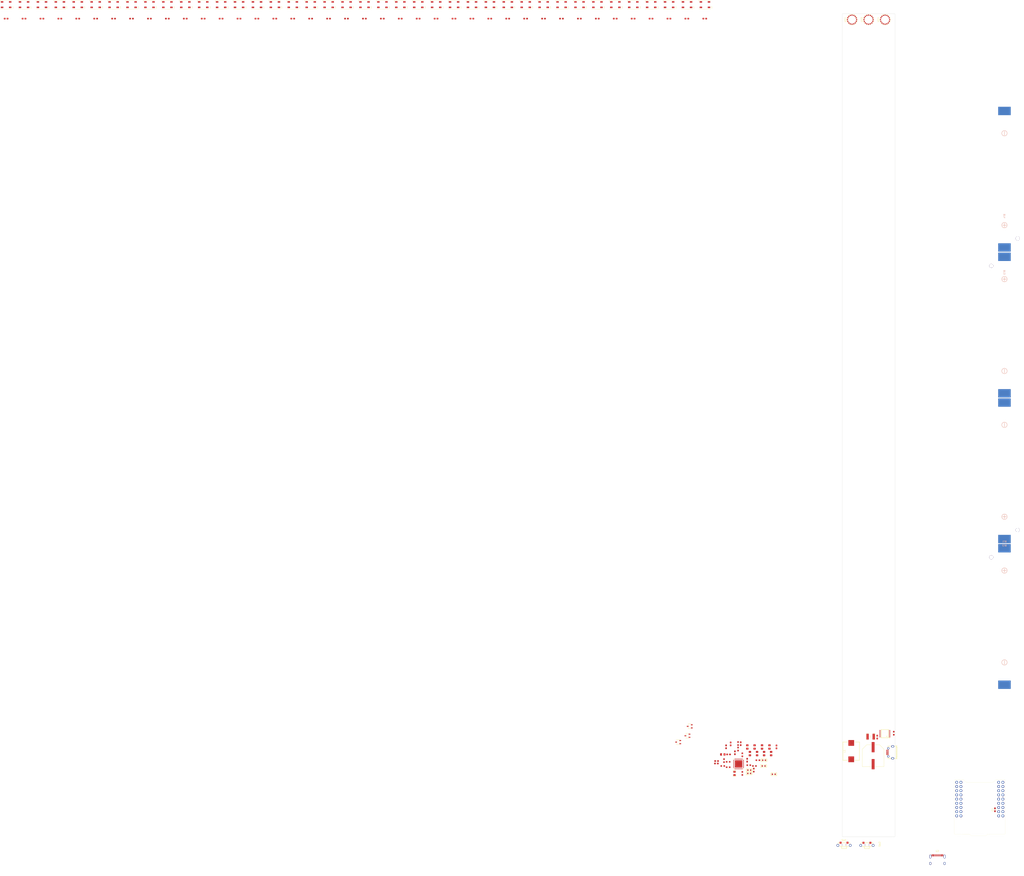
<source format=kicad_pcb>
(kicad_pcb (version 20221018) (generator pcbnew)
  (layers (0 "F.Cu" signal) (31 "B.Cu" signal) (34 "B.Paste" user) (35 "F.Paste" user) (36 "B.SilkS" user "B.Silkscreen") (37 "F.SilkS" user "F.Silkscreen") (38 "B.Mask" user) (39 "F.Mask" user) (44 "Edge.Cuts" user))
  (net 0 "")
  (net 1 "GND")
  (net 2 "VBAT")
  (net 3 "+5V")
  (net 4 "VSYS")
  (net 5 "VIN")
  (net 6 "VMID")
  (net 7 "Net-(C44-Pad1)")
  (net 8 "Net-(U3-BST)")
  (net 9 "VREG")
  (net 10 "VBUS")
  (net 11 "VOUT1")
  (net 12 "Net-(LED1-DO)")
  (net 13 "LED DATA OUT")
  (net 14 "Net-(LED2-DO)")
  (net 15 "Net-(LED3-DO)")
  (net 16 "Net-(LED4-DO)")
  (net 17 "Net-(LED5-DO)")
  (net 18 "Net-(LED6-DO)")
  (net 19 "Net-(LED7-DO)")
  (net 20 "Net-(LED8-DO)")
  (net 21 "Net-(LED10-DI)")
  (net 22 "Net-(LED10-DO)")
  (net 23 "Net-(LED11-DO)")
  (net 24 "Net-(LED12-DO)")
  (net 25 "Net-(LED13-DO)")
  (net 26 "Net-(LED14-DO)")
  (net 27 "Net-(LED15-DO)")
  (net 28 "Net-(LED16-DO)")
  (net 29 "Net-(LED17-DO)")
  (net 30 "Net-(LED18-DO)")
  (net 31 "Net-(LED19-DO)")
  (net 32 "Net-(LED20-DO)")
  (net 33 "Net-(LED21-DO)")
  (net 34 "Net-(LED22-DO)")
  (net 35 "Net-(LED23-DO)")
  (net 36 "Net-(LED24-DO)")
  (net 37 "Net-(LED25-DO)")
  (net 38 "Net-(LED26-DO)")
  (net 39 "Net-(LED27-DO)")
  (net 40 "Net-(LED28-DO)")
  (net 41 "Net-(LED29-DO)")
  (net 42 "Net-(LED30-DO)")
  (net 43 "Net-(LED31-DO)")
  (net 44 "Net-(LED32-DO)")
  (net 45 "Net-(LED33-DO)")
  (net 46 "Net-(LED34-DO)")
  (net 47 "Net-(LED35-DO)")
  (net 48 "Net-(LED36-DO)")
  (net 49 "Net-(LED37-DO)")
  (net 50 "Net-(LED38-DO)")
  (net 51 "Net-(LED39-DO)")
  (net 52 "LED DATA NEXT BOARD")
  (net 53 "VBUSG")
  (net 54 "VOUT1G")
  (net 55 "VING")
  (net 56 "Net-(U6-1Y)")
  (net 57 "Net-(U3-RSET)")
  (net 58 "Net-(U3-LIGHT)")
  (net 59 "Net-(U5-A)")
  (net 60 "Net-(U3-L1)")
  (net 61 "Net-(U10-A)")
  (net 62 "Net-(U3-L2)")
  (net 63 "Net-(U7-A)")
  (net 64 "Net-(U10-C)")
  (net 65 "Net-(U3-NTC)")
  (net 66 "KEY")
  (net 67 "Net-(R9-Pad2)")
  (net 68 "DMA1")
  (net 69 "DPA1")
  (net 70 "Net-(U3-VOUT2)")
  (net 73 "IO33{slash}MAINBUTTON")
  (net 80 "IO34{slash}SECOND BUTTON")
  (net 96 "IO16{slash}LED1")
  (net 106 "USB-C CC1")
  (net 107 "USB-C DATA +")
  (net 108 "USB-C DATA -")
  (net 110 "USB-C CC2")
  (net 113 "DMB")
  (net 114 "DPB")
  (footprint "Capacitor_SMD:C_0603_1608Metric_Pad1.08x0.95mm_HandSolder" (layer "F.Cu") (at 93.93456 54.865385)
    (fp_text reference "C5" hide)
    (fp_text value "0.1uF")
    (pad "1" smd roundrect (at -0.8625 0) (size 1.075 0.95) (layers "F.Cu" "F.Paste" "F.Mask") (net 1 "GND"))
    (pad "2" smd roundrect (at 0.8625 0) (size 1.075 0.95) (layers "F.Cu" "F.Paste" "F.Mask") (net 3 "+5V"))
  )
  (footprint "Capacitor_SMD:C_0603_1608Metric_Pad1.08x0.95mm_HandSolder" (layer "F.Cu") (at 531.25 500.25)
    (fp_text reference "C42" hide)
    (fp_text value "100nf")
    (pad "1" smd roundrect (at -0.8625 0) (size 1.075 0.95) (layers "F.Cu" "F.Paste" "F.Mask") (net 6 "VMID"))
    (pad "2" smd roundrect (at 0.8625 0) (size 1.075 0.95) (layers "F.Cu" "F.Paste" "F.Mask") (net 1 "GND"))
  )
  (footprint "Resistor_SMD:R_0603_1608Metric_Pad0.98x0.95mm_HandSolder" (layer "F.Cu") (at 539.59 500.5 90)
    (fp_text reference "R2" hide)
    (fp_text value "113k")
    (pad "1" smd roundrect (at -0.9125 0 90) (size 0.975 0.95) (layers "F.Cu" "F.Paste" "F.Mask") (net 57 "Net-(U3-RSET)"))
    (pad "2" smd roundrect (at 0.9125 0 90) (size 0.975 0.95) (layers "F.Cu" "F.Paste" "F.Mask") (net 1 "GND"))
  )
  (footprint "Capacitor_SMD:C_0603_1608Metric_Pad1.08x0.95mm_HandSolder" (layer "F.Cu") (at 621.25 489.75 -90)
    (fp_text reference "C2" hide)
    (fp_text value "0.1uF" hide)
    (pad "1" smd roundrect (at -0.8625 0 270) (size 1.075 0.95) (layers "F.Cu" "F.Paste" "F.Mask") (net 1 "GND"))
    (pad "2" smd roundrect (at 0.8625 0 270) (size 1.075 0.95) (layers "F.Cu" "F.Paste" "F.Mask") (net 3 "+5V"))
  )
  (footprint "Capacitor_SMD:C_0603_1608Metric_Pad1.08x0.95mm_HandSolder" (layer "F.Cu") (at 180.686248 54.865385)
    (fp_text reference "C28" hide)
    (fp_text value "0.1uF")
    (pad "1" smd roundrect (at -0.8625 0) (size 1.075 0.95) (layers "F.Cu" "F.Paste" "F.Mask") (net 1 "GND"))
    (pad "2" smd roundrect (at 0.8625 0) (size 1.075 0.95) (layers "F.Cu" "F.Paste" "F.Mask") (net 3 "+5V"))
  )
  (footprint "LED_SMD:LED_WS2812B_PLCC4_5.0x5.0mm_P3.2mm" (layer "F.Cu") (at 137.33517 46.4 180)
    (fp_text reference "LED28" hide)
    (fp_text value "XL-5050RGBC-WS2812B" hide)
    (fp_text user "1" (at -4.15 -1.6) (layer "F.SilkS"))
    (pad "1" smd rect (at -2.45 -1.65 180) (size 1.5 0.9) (layers "F.Cu" "F.Paste" "F.Mask") (net 3 "+5V"))
    (pad "2" smd rect (at -2.45 1.65 180) (size 1.5 0.9) (layers "F.Cu" "F.Paste" "F.Mask") (net 40 "Net-(LED28-DO)"))
    (pad "3" smd rect (at 2.45 1.65 180) (size 1.5 0.9) (layers "F.Cu" "F.Paste" "F.Mask") (net 39 "Net-(LED27-DO)"))
    (pad "4" smd rect (at 2.45 -1.65 180) (size 1.5 0.9) (layers "F.Cu" "F.Paste" "F.Mask") (net 1 "GND"))
  )
  (footprint "Capacitor_SMD:C_0603_1608Metric_Pad1.08x0.95mm_HandSolder" (layer "F.Cu") (at 148.154365 54.865385)
    (fp_text reference "C11" hide)
    (fp_text value "0.1uF")
    (pad "1" smd roundrect (at -0.8625 0) (size 1.075 0.95) (layers "F.Cu" "F.Paste" "F.Mask") (net 1 "GND"))
    (pad "2" smd roundrect (at 0.8625 0) (size 1.075 0.95) (layers "F.Cu" "F.Paste" "F.Mask") (net 3 "+5V"))
  )
  (footprint "LED_SMD:LED_WS2812B_PLCC4_5.0x5.0mm_P3.2mm" (layer "F.Cu") (at 343.411773 46.4 180)
    (fp_text reference "LED10" hide)
    (fp_text value "XL-5050RGBC-WS2812B" hide)
    (fp_text user "1" (at -4.15 -1.6) (layer "F.SilkS"))
    (pad "1" smd rect (at -2.45 -1.65 180) (size 1.5 0.9) (layers "F.Cu" "F.Paste" "F.Mask") (net 3 "+5V"))
    (pad "2" smd rect (at -2.45 1.65 180) (size 1.5 0.9) (layers "F.Cu" "F.Paste" "F.Mask") (net 22 "Net-(LED10-DO)"))
    (pad "3" smd rect (at 2.45 1.65 180) (size 1.5 0.9) (layers "F.Cu" "F.Paste" "F.Mask") (net 21 "Net-(LED10-DI)"))
    (pad "4" smd rect (at 2.45 -1.65 180) (size 1.5 0.9) (layers "F.Cu" "F.Paste" "F.Mask") (net 1 "GND"))
  )
  (footprint "Resistor_SMD:R_0603_1608Metric_Pad0.98x0.95mm_HandSolder" (layer "F.Cu") (at 537 497 90)
    (fp_text reference "R9" hide)
    (fp_text value "100")
    (pad "1" smd roundrect (at -0.9125 0 90) (size 0.975 0.95) (layers "F.Cu" "F.Paste" "F.Mask") (net 66 "KEY"))
    (pad "2" smd roundrect (at 0.9125 0 90) (size 0.975 0.95) (layers "F.Cu" "F.Paste" "F.Mask") (net 67 "Net-(R9-Pad2)"))
  )
  (footprint "LED_SMD:LED_WS2812B_PLCC4_5.0x5.0mm_P3.2mm" (layer "F.Cu") (at 462.71928 46.4 180)
    (fp_text reference "LED3" hide)
    (fp_text value "XL-5050RGBC-WS2812B" hide)
    (fp_text user "1" (at -4.15 -1.6) (layer "F.SilkS"))
    (pad "1" smd rect (at -2.45 -1.65 180) (size 1.5 0.9) (layers "F.Cu" "F.Paste" "F.Mask") (net 3 "+5V"))
    (pad "2" smd rect (at -2.45 1.65 180) (size 1.5 0.9) (layers "F.Cu" "F.Paste" "F.Mask") (net 15 "Net-(LED3-DO)"))
    (pad "3" smd rect (at 2.45 1.65 180) (size 1.5 0.9) (layers "F.Cu" "F.Paste" "F.Mask") (net 14 "Net-(LED2-DO)"))
    (pad "4" smd rect (at 2.45 -1.65 180) (size 1.5 0.9) (layers "F.Cu" "F.Paste" "F.Mask") (net 1 "GND"))
  )
  (footprint "LED_SMD:LED_WS2812B_PLCC4_5.0x5.0mm_P3.2mm" (layer "F.Cu") (at 506.103828 46.4 180)
    (fp_text reference "LED1" hide)
    (fp_text value "XL-5050RGBC-WS2812B" hide)
    (fp_text user "1" (at -4.15 -1.6) (layer "F.SilkS"))
    (pad "1" smd rect (at -2.45 -1.65 180) (size 1.5 0.9) (layers "F.Cu" "F.Paste" "F.Mask") (net 3 "+5V"))
    (pad "2" smd rect (at -2.45 1.65 180) (size 1.5 0.9) (layers "F.Cu" "F.Paste" "F.Mask") (net 12 "Net-(LED1-DO)"))
    (pad "3" smd rect (at 2.45 1.65 180) (size 1.5 0.9) (layers "F.Cu" "F.Paste" "F.Mask") (net 13 "LED DATA OUT"))
    (pad "4" smd rect (at 2.45 -1.65 180) (size 1.5 0.9) (layers "F.Cu" "F.Paste" "F.Mask") (net 1 "GND"))
  )
  (footprint "Capacitor_SMD:C_0603_1608Metric_Pad1.08x0.95mm_HandSolder" (layer "F.Cu") (at 224.062092 54.865385)
    (fp_text reference "C23" hide)
    (fp_text value "0.1uF")
    (pad "1" smd roundrect (at -0.8625 0) (size 1.075 0.95) (layers "F.Cu" "F.Paste" "F.Mask") (net 1 "GND"))
    (pad "2" smd roundrect (at 0.8625 0) (size 1.075 0.95) (layers "F.Cu" "F.Paste" "F.Mask") (net 3 "+5V"))
  )
  (footprint "Capacitor_SMD:C_0805_2012Metric_Pad1.18x1.45mm_HandSolder" (layer "F.Cu") (at 547 495.75 -90)
    (fp_text reference "C38" hide)
    (fp_text value "22uf")
    (pad "1" smd roundrect (at -1.0375 0 270) (size 1.175 1.45) (layers "F.Cu" "F.Paste" "F.Mask") (roundrect_rratio 0.212766) (net 4 "VSYS"))
    (pad "2" smd roundrect (at 1.0375 0 270) (size 1.175 1.45) (layers "F.Cu" "F.Paste" "F.Mask") (roundrect_rratio 0.212766) (net 1 "GND"))
  )
  (footprint "LED_SMD:LED_WS2812B_PLCC4_5.0x5.0mm_P3.2mm" (layer "F.Cu") (at 321.719499 46.4 180)
    (fp_text reference "LED23" hide)
    (fp_text value "XL-5050RGBC-WS2812B" hide)
    (fp_text user "1" (at -4.15 -1.6) (layer "F.SilkS"))
    (pad "1" smd rect (at -2.45 -1.65 180) (size 1.5 0.9) (layers "F.Cu" "F.Paste" "F.Mask") (net 3 "+5V"))
    (pad "2" smd rect (at -2.45 1.65 180) (size 1.5 0.9) (layers "F.Cu" "F.Paste" "F.Mask") (net 35 "Net-(LED23-DO)"))
    (pad "3" smd rect (at 2.45 1.65 180) (size 1.5 0.9) (layers "F.Cu" "F.Paste" "F.Mask") (net 34 "Net-(LED22-DO)"))
    (pad "4" smd rect (at 2.45 -1.65 180) (size 1.5 0.9) (layers "F.Cu" "F.Paste" "F.Mask") (net 1 "GND"))
  )
  (footprint "LED_SMD:LED_WS2812B_PLCC4_5.0x5.0mm_P3.2mm" (layer "F.Cu") (at 365.104047 46.4 180)
    (fp_text reference "LED15" hide)
    (fp_text value "XL-5050RGBC-WS2812B" hide)
    (fp_text user "1" (at -4.15 -1.6) (layer "F.SilkS"))
    (pad "1" smd rect (at -2.45 -1.65 180) (size 1.5 0.9) (layers "F.Cu" "F.Paste" "F.Mask") (net 3 "+5V"))
    (pad "2" smd rect (at -2.45 1.65 180) (size 1.5 0.9) (layers "F.Cu" "F.Paste" "F.Mask") (net 27 "Net-(LED15-DO)"))
    (pad "3" smd rect (at 2.45 1.65 180) (size 1.5 0.9) (layers "F.Cu" "F.Paste" "F.Mask") (net 26 "Net-(LED14-DO)"))
    (pad "4" smd rect (at 2.45 -1.65 180) (size 1.5 0.9) (layers "F.Cu" "F.Paste" "F.Mask") (net 1 "GND"))
  )
  (footprint "Capacitor_SMD:C_0805_2012Metric_Pad1.18x1.45mm_HandSolder" (layer "F.Cu") (at 527.75 500.25 180)
    (fp_text reference "C43" hide)
    (fp_text value "22uf")
    (pad "1" smd roundrect (at -1.0375 0 180) (size 1.175 1.45) (layers "F.Cu" "F.Paste" "F.Mask") (roundrect_rratio 0.212766) (net 6 "VMID"))
    (pad "2" smd roundrect (at 1.0375 0 180) (size 1.175 1.45) (layers "F.Cu" "F.Paste" "F.Mask") (roundrect_rratio 0.212766) (net 1 "GND"))
  )
  (footprint "easyeda2kicad:KEY-TH_K2-1112SW-AXXW-XX" (layer "F.Cu") (at 615 554.5375 -90)
    (fp_text reference "SW2" (at 0 -7.75 90) (layer "F.SilkS"))
    (fp_text value "K2-1112SW-A4SW-04" hide)
    (pad "" thru_hole circle (at 0.5 -1.15 270) (size 0.95 0.95) (drill 0.95) (layers "*.Cu" "*.Mask"))
    (pad "" thru_hole circle (at 0.5 1.15 270) (size 0.95 0.95) (drill 0.95) (layers "*.Cu" "*.Mask"))
    (pad "1" smd rect (at -0.8 2.1 270) (size 1.2 1.2) (layers "F.Cu" "F.Paste" "F.Mask") (net 73 "IO33{slash}MAINBUTTON"))
    (pad "2" smd rect (at -0.8 -2.1 90) (size 1.2 1.2) (layers "F.Cu" "F.Paste" "F.Mask") (net 1 "GND"))
    (pad "3" thru_hole circle (at 0.8 -3.75 90) (size 1.6 1.6) (drill 0.999998) (layers "*.Cu" "*.Mask"))
    (pad "4" thru_hole circle (at 0.8 3.75 90) (size 1.6 1.6) (drill 0.999998) (layers "*.Cu" "*.Mask"))
  )
  (footprint "Capacitor_SMD:C_0603_1608Metric_Pad1.08x0.95mm_HandSolder" (layer "F.Cu") (at 532.5 493.8875 -90)
    (fp_text reference "C49" hide)
    (fp_text value "2.2uf")
    (pad "1" smd roundrect (at -0.8625 0 270) (size 1.075 0.95) (layers "F.Cu" "F.Paste" "F.Mask") (net 9 "VREG"))
    (pad "2" smd roundrect (at 0.8625 0 270) (size 1.075 0.95) (layers "F.Cu" "F.Paste" "F.Mask") (net 1 "GND"))
  )
  (footprint "LED_SMD:LED_WS2812B_PLCC4_5.0x5.0mm_P3.2mm" (layer "F.Cu") (at 451.873143 46.4 180)
    (fp_text reference "LED8" hide)
    (fp_text value "XL-5050RGBC-WS2812B" hide)
    (fp_text user "1" (at -4.15 -1.6) (layer "F.SilkS"))
    (pad "1" smd rect (at -2.45 -1.65 180) (size 1.5 0.9) (layers "F.Cu" "F.Paste" "F.Mask") (net 3 "+5V"))
    (pad "2" smd rect (at -2.45 1.65 180) (size 1.5 0.9) (layers "F.Cu" "F.Paste" "F.Mask") (net 20 "Net-(LED8-DO)"))
    (pad "3" smd rect (at 2.45 1.65 180) (size 1.5 0.9) (layers "F.Cu" "F.Paste" "F.Mask") (net 19 "Net-(LED7-DO)"))
    (pad "4" smd rect (at 2.45 -1.65 180) (size 1.5 0.9) (layers "F.Cu" "F.Paste" "F.Mask") (net 1 "GND"))
  )
  (footprint "Resistor_SMD:R_0603_1608Metric_Pad0.98x0.95mm_HandSolder" (layer "F.Cu") (at 546.5 509.75 -90)
    (fp_text reference "R5" hide)
    (fp_text value "100")
    (pad "1" smd roundrect (at -0.9125 0 270) (size 0.975 0.95) (layers "F.Cu" "F.Paste" "F.Mask") (net 60 "Net-(U3-L1)"))
    (pad "2" smd roundrect (at 0.9125 0 270) (size 0.975 0.95) (layers "F.Cu" "F.Paste" "F.Mask") (net 61 "Net-(U10-A)"))
  )
  (footprint "easyeda2kicad:KEY-TH_K2-1112SW-AXXW-XX" (layer "F.Cu") (at 601.15 554.5 -90)
    (fp_text reference "SW1" (at -2.2875 0 -180) (layer "F.SilkS"))
    (fp_text value "K2-1112SW-A4SW-04" hide)
    (pad "" thru_hole circle (at 0.5 -1.15 270) (size 0.95 0.95) (drill 0.95) (layers "*.Cu" "*.Mask"))
    (pad "" thru_hole circle (at 0.5 1.15 270) (size 0.95 0.95) (drill 0.95) (layers "*.Cu" "*.Mask"))
    (pad "1" smd rect (at -0.8 2.1 270) (size 1.2 1.2) (layers "F.Cu" "F.Paste" "F.Mask") (net 67 "Net-(R9-Pad2)"))
    (pad "2" smd rect (at -0.8 -2.1 90) (size 1.2 1.2) (layers "F.Cu" "F.Paste" "F.Mask") (net 1 "GND"))
    (pad "3" thru_hole circle (at 0.8 -3.75 90) (size 1.6 1.6) (drill 0.999998) (layers "*.Cu" "*.Mask"))
    (pad "4" thru_hole circle (at 0.8 3.75 90) (size 1.6 1.6) (drill 0.999998) (layers "*.Cu" "*.Mask"))
  )
  (footprint "Capacitor_SMD:C_0603_1608Metric_Pad1.08x0.95mm_HandSolder" (layer "F.Cu") (at 495.161117 54.865385)
    (fp_text reference "C56" hide)
    (fp_text value "0.1uF")
    (pad "1" smd roundrect (at -0.8625 0) (size 1.075 0.95) (layers "F.Cu" "F.Paste" "F.Mask") (net 1 "GND"))
    (pad "2" smd roundrect (at 0.8625 0) (size 1.075 0.95) (layers "F.Cu" "F.Paste" "F.Mask") (net 3 "+5V"))
  )
  (footprint "Capacitor_SMD:C_0603_1608Metric_Pad1.08x0.95mm_HandSolder" (layer "F.Cu") (at 375.877546 54.865385)
    (fp_text reference "C29" hide)
    (fp_text value "0.1uF")
    (pad "1" smd roundrect (at -0.8625 0) (size 1.075 0.95) (layers "F.Cu" "F.Paste" "F.Mask") (net 1 "GND"))
    (pad "2" smd roundrect (at 0.8625 0) (size 1.075 0.95) (layers "F.Cu" "F.Paste" "F.Mask") (net 3 "+5V"))
  )
  (footprint "Capacitor_SMD:C_0603_1608Metric_Pad1.08x0.95mm_HandSolder" (layer "F.Cu") (at 430.097351 54.865385)
    (fp_text reference "C54" hide)
    (fp_text value "0.1uF")
    (pad "1" smd roundrect (at -0.8625 0) (size 1.075 0.95) (layers "F.Cu" "F.Paste" "F.Mask") (net 1 "GND"))
    (pad "2" smd roundrect (at 0.8625 0) (size 1.075 0.95) (layers "F.Cu" "F.Paste" "F.Mask") (net 3 "+5V"))
  )
  (footprint "Capacitor_SMD:C_0805_2012Metric_Pad1.18x1.45mm_HandSolder" (layer "F.Cu") (at 556 495.75 -90)
    (fp_text reference "C40" hide)
    (fp_text value "22uf")
    (pad "1" smd roundrect (at -1.0375 0 270) (size 1.175 1.45) (layers "F.Cu" "F.Paste" "F.Mask") (roundrect_rratio 0.212766) (net 4 "VSYS"))
    (pad "2" smd roundrect (at 1.0375 0 270) (size 1.175 1.45) (layers "F.Cu" "F.Paste" "F.Mask") (roundrect_rratio 0.212766) (net 1 "GND"))
  )
  (footprint "Capacitor_SMD:C_0603_1608Metric_Pad1.08x0.95mm_HandSolder" (layer "F.Cu") (at 386.721507 54.865385)
    (fp_text reference "C27" hide)
    (fp_text value "0.1uF")
    (pad "1" smd roundrect (at -0.8625 0) (size 1.075 0.95) (layers "F.Cu" "F.Paste" "F.Mask") (net 1 "GND"))
    (pad "2" smd roundrect (at 0.8625 0) (size 1.075 0.95) (layers "F.Cu" "F.Paste" "F.Mask") (net 3 "+5V"))
  )
  (footprint "LED_SMD:LED_WS2812B_PLCC4_5.0x5.0mm_P3.2mm" (layer "F.Cu") (at 419.334732 46.4 180)
    (fp_text reference "LED17" hide)
    (fp_text value "XL-5050RGBC-WS2812B" hide)
    (fp_text user "1" (at -4.15 -1.6) (layer "F.SilkS"))
    (pad "1" smd rect (at -2.45 -1.65 180) (size 1.5 0.9) (layers "F.Cu" "F.Paste" "F.Mask") (net 3 "+5V"))
    (pad "2" smd rect (at -2.45 1.65 180) (size 1.5 0.9) (layers "F.Cu" "F.Paste" "F.Mask") (net 29 "Net-(LED17-DO)"))
    (pad "3" smd rect (at 2.45 1.65 180) (size 1.5 0.9) (layers "F.Cu" "F.Paste" "F.Mask") (net 28 "Net-(LED16-DO)"))
    (pad "4" smd rect (at 2.45 -1.65 180) (size 1.5 0.9) (layers "F.Cu" "F.Paste" "F.Mask") (net 1 "GND"))
  )
  (footprint "Capacitor_SMD:C_0603_1608Metric_Pad1.08x0.95mm_HandSolder" (layer "F.Cu") (at 524 504.25 180)
    (fp_text reference "C51" hide)
    (fp_text value "10uf")
    (pad "1" smd roundrect (at -0.8625 0 180) (size 1.075 0.95) (layers "F.Cu" "F.Paste" "F.Mask") (net 10 "VBUS"))
    (pad "2" smd roundrect (at 0.8625 0 180) (size 1.075 0.95) (layers "F.Cu" "F.Paste" "F.Mask") (net 1 "GND"))
  )
  (footprint "LED_SMD:LED_WS2812B_PLCC4_5.0x5.0mm_P3.2mm" (layer "F.Cu") (at 159.027444 46.4 180)
    (fp_text reference "LED30" hide)
    (fp_text value "XL-5050RGBC-WS2812B" hide)
    (fp_text user "1" (at -4.15 -1.6) (layer "F.SilkS"))
    (pad "1" smd rect (at -2.45 -1.65 180) (size 1.5 0.9) (layers "F.Cu" "F.Paste" "F.Mask") (net 3 "+5V"))
    (pad "2" smd rect (at -2.45 1.65 180) (size 1.5 0.9) (layers "F.Cu" "F.Paste" "F.Mask") (net 42 "Net-(LED30-DO)"))
    (pad "3" smd rect (at 2.45 1.65 180) (size 1.5 0.9) (layers "F.Cu" "F.Paste" "F.Mask") (net 41 "Net-(LED29-DO)"))
    (pad "4" smd rect (at 2.45 -1.65 180) (size 1.5 0.9) (layers "F.Cu" "F.Paste" "F.Mask") (net 1 "GND"))
  )
  (footprint "easyeda2kicad:SOT-23-3_L2.9-W1.6-P1.90-LS2.8-BR" (layer "F.Cu") (at 507.74 483.25)
    (fp_text reference "Q3" hide)
    (fp_text value "RU20P7C_C605444" hide)
    (pad "1" smd rect (at 1.24 0.95) (size 1.07 0.6) (layers "F.Cu" "F.Paste" "F.Mask") (net 55 "VING"))
    (pad "2" smd rect (at 1.24 -0.95) (size 1.07 0.6) (layers "F.Cu" "F.Paste" "F.Mask") (net 6 "VMID"))
    (pad "3" smd rect (at -1.24 0) (size 1.07 0.6) (layers "F.Cu" "F.Paste" "F.Mask") (net 5 "VIN"))
  )
  (footprint "easyeda2kicad:MICRO-USB-SMD_MICROXNJ" (layer "F.Cu") (at 629 499 90)
    (fp_text reference "USB1" hide)
    (fp_text value "MICROXNJ")
    (pad "1" smd rect (at -1.3 -1.6) (size 1.6 0.4) (layers "F.Cu" "F.Paste" "F.Mask") (net 5 "VIN"))
    (pad "2" smd rect (at -0.65 -1.6) (size 1.6 0.4) (layers "F.Cu" "F.Paste" "F.Mask") (net 114 "DPB"))
    (pad "3" smd rect (at 0 -1.6) (size 1.6 0.4) (layers "F.Cu" "F.Paste" "F.Mask") (net 113 "DMB"))
    (pad "4" smd rect (at 0.65 -1.6) (size 1.6 0.4) (layers "F.Cu" "F.Paste" "F.Mask") (net 1 "GND"))
    (pad "5" smd rect (at 1.3 -1.6) (size 1.6 0.4) (layers "F.Cu" "F.Paste" "F.Mask") (net 1 "GND"))
    (pad "6" thru_hole circle (at 2.42 -1.07 90) (size 1.3 1.3) (drill 0.700024) (layers "*.Cu" "*.Mask") (net 1 "GND"))
    (pad "7" thru_hole oval (at 3.62 1.6 90) (size 1.3 1.8) (drill oval 0.700024 1.099998) (layers "*.Cu" "*.Mask") (net 1 "GND"))
    (pad "8" thru_hole oval (at -3.62 1.6 90) (size 1.3 1.8) (drill oval 0.700024 1.099998) (layers "*.Cu" "*.Mask") (net 1 "GND"))
    (pad "9" thru_hole circle (at -2.42 -1.07 90) (size 1.3 1.3) (drill 0.700024) (layers "*.Cu" "*.Mask") (net 1 "GND"))
  )
  (footprint "Capacitor_SMD:C_0603_1608Metric_Pad1.08x0.95mm_HandSolder" (layer "F.Cu") (at 538.59 493.75 -90)
    (fp_text reference "C12" hide)
    (fp_text value "100nf")
    (pad "1" smd roundrect (at -0.8625 0 270) (size 1.075 0.95) (layers "F.Cu" "F.Paste" "F.Mask") (net 1 "GND"))
    (pad "2" smd roundrect (at 0.8625 0 270) (size 1.075 0.95) (layers "F.Cu" "F.Paste" "F.Mask") (net 4 "VSYS"))
  )
  (footprint "footprint:SMTSO3030CTJ" (layer "F.Cu") (at 605.9814 55.5 90)
    (fp_text reference "U11" (at 0 -4.171704 90) (layer "F.SilkS"))
    (fp_text value "SMTSO3015CTJ" hide)
    (pad "" np_thru_hole circle (at 0.00997 0.00254 90) (size 4.249987 4.249987) (drill 4.249987) (layers "*.Cu" "*.Mask"))
    (pad "1" smd circle (at -2.7432 0 90) (size 0.8 0.8) (layers "F.Cu" "F.Paste" "F.Mask") (net 1 "GND"))
    (pad "1" smd circle (at -2.54 -1.0414 90) (size 0.8 0.8) (layers "F.Cu" "F.Paste" "F.Mask") (net 1 "GND"))
    (pad "1" smd circle (at -2.5146 1.0414 90) (size 0.8 0.8) (layers "F.Cu" "F.Paste" "F.Mask") (net 1 "GND"))
    (pad "1" smd circle (at -1.9812 -1.905 90) (size 0.8 0.8) (layers "F.Cu" "F.Paste" "F.Mask") (net 1 "GND"))
    (pad "1" smd circle (at -1.9558 1.9558 90) (size 0.8 0.8) (layers "F.Cu" "F.Paste" "F.Mask") (net 1 "GND"))
    (pad "1" smd circle (at -1.0922 -2.54 90) (size 0.8 0.8) (layers "F.Cu" "F.Paste" "F.Mask") (net 1 "GND"))
    (pad "1" smd circle (at -1.0414 2.5654 90) (size 0.8 0.8) (layers "F.Cu" "F.Paste" "F.Mask") (net 1 "GND"))
    (pad "1" smd circle (at 0 -2.7686 90) (size 0.8 0.8) (layers "F.Cu" "F.Paste" "F.Mask") (net 1 "GND"))
    (pad "1" smd circle (at 0 2.7686 90) (size 0.8 0.8) (layers "F.Cu" "F.Paste" "F.Mask") (net 1 "GND"))
    (pad "1" smd circle (at 1.0922 2.54 90) (size 0.8 0.8) (layers "F.Cu" "F.Paste" "F.Mask") (net 1 "GND"))
    (pad "1" smd circle (at 1.143 -2.5146 90) (size 0.8 0.8) (layers "F.Cu" "F.Paste" "F.Mask") (net 1 "GND"))
    (pad "1" smd circle (at 1.9812 -1.9304 90) (size 0.8 0.8) (layers "F.Cu" "F.Paste" "F.Mask") (net 1 "GND"))
    (pad "1" smd circle (at 1.9812 1.9558 90) (size 0.8 0.8) (layers "F.Cu" "F.Paste" "F.Mask") (net 1 "GND"))
    (pad "1" smd circle (at 2.5654 -1.016 90) (size 0.8 0.8) (layers "F.Cu" "F.Paste" "F.Mask") (net 1 "GND"))
    (pad "1" smd circle (at 2.5654 1.0922 90) (size 0.8 0.8) (layers "F.Cu" "F.Paste" "F.Mask") (net 1 "GND"))
    (pad "1" smd circle (at 2.7432 0 90) (size 0.8 0.8) (layers "F.Cu" "F.Paste" "F.Mask") (net 1 "GND"))
  )
  (footprint "Capacitor_SMD:C_0603_1608Metric_Pad1.08x0.95mm_HandSolder" (layer "F.Cu") (at 529.75 495.6375 -90)
    (fp_text reference "C50" hide)
    (fp_text value "2.2uf")
    (pad "1" smd roundrect (at -0.8625 0 270) (size 1.075 0.95) (layers "F.Cu" "F.Paste" "F.Mask") (net 1 "GND"))
    (pad "2" smd roundrect (at 0.8625 0 270) (size 1.075 0.95) (layers "F.Cu" "F.Paste" "F.Mask") (net 2 "VBAT"))
  )
  (footprint "Capacitor_SMD:C_0603_1608Metric_Pad1.08x0.95mm_HandSolder" (layer "F.Cu") (at 310.81378 54.865385)
    (fp_text reference "C32" hide)
    (fp_text value "0.1uF")
    (pad "1" smd roundrect (at -0.8625 0) (size 1.075 0.95) (layers "F.Cu" "F.Paste" "F.Mask") (net 1 "GND"))
    (pad "2" smd roundrect (at 0.8625 0) (size 1.075 0.95) (layers "F.Cu" "F.Paste" "F.Mask") (net 3 "+5V"))
  )
  (footprint "easyeda2kicad:IND-SMD_L11.0-W10.0" (layer "F.Cu") (at 605.5 498.25 90)
    (fp_text reference "L1" (at 0 -4 90) (layer "F.SilkS"))
    (fp_text value "MDA1050-2R2M" hide)
    (pad "1" smd rect (at -4.95 0 180) (size 3.5 3.5) (layers "F.Cu" "F.Paste" "F.Mask") (net 7 "Net-(C44-Pad1)"))
    (pad "2" smd rect (at 4.95 0) (size 3.5 3.5) (layers "F.Cu" "F.Paste" "F.Mask") (net 2 "VBAT"))
  )
  (footprint "Capacitor_SMD:C_0603_1608Metric_Pad1.08x0.95mm_HandSolder" (layer "F.Cu") (at 158.998326 54.865385)
    (fp_text reference "C4" hide)
    (fp_text value "0.1uF")
    (pad "1" smd roundrect (at -0.8625 0) (size 1.075 0.95) (layers "F.Cu" "F.Paste" "F.Mask") (net 1 "GND"))
    (pad "2" smd roundrect (at 0.8625 0) (size 1.075 0.95) (layers "F.Cu" "F.Paste" "F.Mask") (net 3 "+5V"))
  )
  (footprint "Capacitor_SMD:C_0603_1608Metric_Pad1.08x0.95mm_HandSolder" (layer "F.Cu") (at 234.906053 54.865385)
    (fp_text reference "C19" hide)
    (fp_text value "0.1uF")
    (pad "1" smd roundrect (at -0.8625 0) (size 1.075 0.95) (layers "F.Cu" "F.Paste" "F.Mask") (net 1 "GND"))
    (pad "2" smd roundrect (at 0.8625 0) (size 1.075 0.95) (layers "F.Cu" "F.Paste" "F.Mask") (net 3 "+5V"))
  )
  (footprint "LED_SMD:LED_WS2812B_PLCC4_5.0x5.0mm_P3.2mm" (layer "F.Cu") (at 354.25791 46.4 180)
    (fp_text reference "LED14" hide)
    (fp_text value "XL-5050RGBC-WS2812B" hide)
    (fp_text user "1" (at -4.15 -1.6) (layer "F.SilkS"))
    (pad "1" smd rect (at -2.45 -1.65 180) (size 1.5 0.9) (layers "F.Cu" "F.Paste" "F.Mask") (net 3 "+5V"))
    (pad "2" smd rect (at -2.45 1.65 180) (size 1.5 0.9) (layers "F.Cu" "F.Paste" "F.Mask") (net 26 "Net-(LED14-DO)"))
    (pad "3" smd rect (at 2.45 1.65 180) (size 1.5 0.9) (layers "F.Cu" "F.Paste" "F.Mask") (net 25 "Net-(LED13-DO)"))
    (pad "4" smd rect (at 2.45 -1.65 180) (size 1.5 0.9) (layers "F.Cu" "F.Paste" "F.Mask") (net 1 "GND"))
  )
  (footprint "LED_SMD:LED_WS2812B_PLCC4_5.0x5.0mm_P3.2mm" (layer "F.Cu") (at 484.411554 46.4 180)
    (fp_text reference "LED5" hide)
    (fp_text value "XL-5050RGBC-WS2812B" hide)
    (fp_text user "1" (at -4.15 -1.6) (layer "F.SilkS"))
    (pad "1" smd rect (at -2.45 -1.65 180) (size 1.5 0.9) (layers "F.Cu" "F.Paste" "F.Mask") (net 3 "+5V"))
    (pad "2" smd rect (at -2.45 1.65 180) (size 1.5 0.9) (layers "F.Cu" "F.Paste" "F.Mask") (net 17 "Net-(LED5-DO)"))
    (pad "3" smd rect (at 2.45 1.65 180) (size 1.5 0.9) (layers "F.Cu" "F.Paste" "F.Mask") (net 16 "Net-(LED4-DO)"))
    (pad "4" smd rect (at 2.45 -1.65 180) (size 1.5 0.9) (layers "F.Cu" "F.Paste" "F.Mask") (net 1 "GND"))
  )
  (footprint "Capacitor_SMD:C_0603_1608Metric_Pad1.08x0.95mm_HandSolder" (layer "F.Cu") (at 419.25339 54.865385)
    (fp_text reference "C53" hide)
    (fp_text value "0.1uF")
    (pad "1" smd roundrect (at -0.8625 0) (size 1.075 0.95) (layers "F.Cu" "F.Paste" "F.Mask") (net 1 "GND"))
    (pad "2" smd roundrect (at 0.8625 0) (size 1.075 0.95) (layers "F.Cu" "F.Paste" "F.Mask") (net 3 "+5V"))
  )
  (footprint "footprint:SMTSO3030CTJ" (layer "F.Cu") (at 615.9814 55.5 90)
    (fp_text reference "U15" (at 0 -4.171704 90) (layer "F.SilkS"))
    (fp_text value "SMTSO3015CTJ" hide)
    (pad "" np_thru_hole circle (at 0.00997 0.00254 90) (size 4.249987 4.249987) (drill 4.249987) (layers "*.Cu" "*.Mask"))
    (pad "1" smd circle (at -2.7432 0 90) (size 0.8 0.8) (layers "F.Cu" "F.Paste" "F.Mask") (net 52 "LED DATA NEXT BOARD"))
    (pad "1" smd circle (at -2.54 -1.0414 90) (size 0.8 0.8) (layers "F.Cu" "F.Paste" "F.Mask") (net 52 "LED DATA NEXT BOARD"))
    (pad "1" smd circle (at -2.5146 1.0414 90) (size 0.8 0.8) (layers "F.Cu" "F.Paste" "F.Mask") (net 52 "LED DATA NEXT BOARD"))
    (pad "1" smd circle (at -1.9812 -1.905 90) (size 0.8 0.8) (layers "F.Cu" "F.Paste" "F.Mask") (net 52 "LED DATA NEXT BOARD"))
    (pad "1" smd circle (at -1.9558 1.9558 90) (size 0.8 0.8) (layers "F.Cu" "F.Paste" "F.Mask") (net 52 "LED DATA NEXT BOARD"))
    (pad "1" smd circle (at -1.0922 -2.54 90) (size 0.8 0.8) (layers "F.Cu" "F.Paste" "F.Mask") (net 52 "LED DATA NEXT BOARD"))
    (pad "1" smd circle (at -1.0414 2.5654 90) (size 0.8 0.8) (layers "F.Cu" "F.Paste" "F.Mask") (net 52 "LED DATA NEXT BOARD"))
    (pad "1" smd circle (at 0 -2.7686 90) (size 0.8 0.8) (layers "F.Cu" "F.Paste" "F.Mask") (net 52 "LED DATA NEXT BOARD"))
    (pad "1" smd circle (at 0 2.7686 90) (size 0.8 0.8) (layers "F.Cu" "F.Paste" "F.Mask") (net 52 "LED DATA NEXT BOARD"))
    (pad "1" smd circle (at 1.0922 2.54 90) (size 0.8 0.8) (layers "F.Cu" "F.Paste" "F.Mask") (net 52 "LED DATA NEXT BOARD"))
    (pad "1" smd circle (at 1.143 -2.5146 90) (size 0.8 0.8) (layers "F.Cu" "F.Paste" "F.Mask") (net 52 "LED DATA NEXT BOARD"))
    (pad "1" smd circle (at 1.9812 -1.9304 90) (size 0.8 0.8) (layers "F.Cu" "F.Paste" "F.Mask") (net 52 "LED DATA NEXT BOARD"))
    (pad "1" smd circle (at 1.9812 1.9558 90) (size 0.8 0.8) (layers "F.Cu" "F.Paste" "F.Mask") (net 52 "LED DATA NEXT BOARD"))
    (pad "1" smd circle (at 2.5654 -1.016 90) (size 0.8 0.8) (layers "F.Cu" "F.Paste" "F.Mask") (net 52 "LED DATA NEXT BOARD"))
    (pad "1" smd circle (at 2.5654 1.0922 90) (size 0.8 0.8) (layers "F.Cu" "F.Paste" "F.Mask") (net 52 "LED DATA NEXT BOARD"))
    (pad "1" smd circle (at 2.7432 0 90) (size 0.8 0.8) (layers "F.Cu" "F.Paste" "F.Mask") (net 52 "LED DATA NEXT BOARD"))
  )
  (footprint "Capacitor_SMD:C_0603_1608Metric_Pad1.08x0.95mm_HandSolder" (layer "F.Cu") (at 321.657741 54.865385)
    (fp_text reference "C31" hide)
    (fp_text value "0.1uF")
    (pad "1" smd roundrect (at -0.8625 0) (size 1.075 0.95) (layers "F.Cu" "F.Paste" "F.Mask") (net 1 "GND"))
    (pad "2" smd roundrect (at 0.8625 0) (size 1.075 0.95) (layers "F.Cu" "F.Paste" "F.Mask") (net 3 "+5V"))
  )
  (footprint "LED_SMD:LED_WS2812B_PLCC4_5.0x5.0mm_P3.2mm" (layer "F.Cu") (at 397.642458 46.4 180)
    (fp_text reference "LED13" hide)
    (fp_text value "XL-5050RGBC-WS2812B" hide)
    (fp_text user "1" (at -4.15 -1.6) (layer "F.SilkS"))
    (pad "1" smd rect (at -2.45 -1.65 180) (size 1.5 0.9) (layers "F.Cu" "F.Paste" "F.Mask") (net 3 "+5V"))
    (pad "2" smd rect (at -2.45 1.65 180) (size 1.5 0.9) (layers "F.Cu" "F.Paste" "F.Mask") (net 25 "Net-(LED13-DO)"))
    (pad "3" smd rect (at 2.45 1.65 180) (size 1.5 0.9) (layers "F.Cu" "F.Paste" "F.Mask") (net 24 "Net-(LED12-DO)"))
    (pad "4" smd rect (at 2.45 -1.65 180) (size 1.5 0.9) (layers "F.Cu" "F.Paste" "F.Mask") (net 1 "GND"))
  )
  (footprint "LED_SMD:LED_WS2812B_PLCC4_5.0x5.0mm_P3.2mm" (layer "F.Cu") (at 441.027006 46.4 180)
    (fp_text reference "LED9" hide)
    (fp_text value "XL-5050RGBC-WS2812B" hide)
    (fp_text user "1" (at -4.15 -1.6) (layer "F.SilkS"))
    (pad "1" smd rect (at -2.45 -1.65 180) (size 1.5 0.9) (layers "F.Cu" "F.Paste" "F.Mask") (net 3 "+5V"))
    (pad "2" smd rect (at -2.45 1.65 180) (size 1.5 0.9) (layers "F.Cu" "F.Paste" "F.Mask") (net 21 "Net-(LED10-DI)"))
    (pad "3" smd rect (at 2.45 1.65 180) (size 1.5 0.9) (layers "F.Cu" "F.Paste" "F.Mask") (net 20 "Net-(LED8-DO)"))
    (pad "4" smd rect (at 2.45 -1.65 180) (size 1.5 0.9) (layers "F.Cu" "F.Paste" "F.Mask") (net 1 "GND"))
  )
  (footprint "LED_SMD:LED_WS2812B_PLCC4_5.0x5.0mm_P3.2mm" (layer "F.Cu") (at 202.411992 46.4 180)
    (fp_text reference "LED34" hide)
    (fp_text value "XL-5050RGBC-WS2812B" hide)
    (fp_text user "1" (at -4.15 -1.6) (layer "F.SilkS"))
    (pad "1" smd rect (at -2.45 -1.65 180) (size 1.5 0.9) (layers "F.Cu" "F.Paste" "F.Mask") (net 3 "+5V"))
    (pad "2" smd rect (at -2.45 1.65 180) (size 1.5 0.9) (layers "F.Cu" "F.Paste" "F.Mask") (net 46 "Net-(LED34-DO)"))
    (pad "3" smd rect (at 2.45 1.65 180) (size 1.5 0.9) (layers "F.Cu" "F.Paste" "F.Mask") (net 45 "Net-(LED33-DO)"))
    (pad "4" smd rect (at 2.45 -1.65 180) (size 1.5 0.9) (layers "F.Cu" "F.Paste" "F.Mask") (net 1 "GND"))
  )
  (footprint "Resistor_SMD:R_0603_1608Metric_Pad0.98x0.95mm_HandSolder" (layer "F.Cu") (at 537 493.6625 90)
    (fp_text reference "R3" hide)
    (fp_text value "0.01")
    (pad "1" smd roundrect (at -0.9125 0 90) (size 0.975 0.95) (layers "F.Cu" "F.Paste" "F.Mask") (net 4 "VSYS"))
    (pad "2" smd roundrect (at 0.9125 0 90) (size 0.975 0.95) (layers "F.Cu" "F.Paste" "F.Mask") (net 6 "VMID"))
  )
  (footprint "LED_SMD:LED_WS2812B_PLCC4_5.0x5.0mm_P3.2mm" (layer "F.Cu") (at 310.873362 46.4 180)
    (fp_text reference "LED22" hide)
    (fp_text value "XL-5050RGBC-WS2812B" hide)
    (fp_text user "1" (at -4.15 -1.6) (layer "F.SilkS"))
    (pad "1" smd rect (at -2.45 -1.65 180) (size 1.5 0.9) (layers "F.Cu" "F.Paste" "F.Mask") (net 3 "+5V"))
    (pad "2" smd rect (at -2.45 1.65 180) (size 1.5 0.9) (layers "F.Cu" "F.Paste" "F.Mask") (net 34 "Net-(LED22-DO)"))
    (pad "3" smd rect (at 2.45 1.65 180) (size 1.5 0.9) (layers "F.Cu" "F.Paste" "F.Mask") (net 33 "Net-(LED21-DO)"))
    (pad "4" smd rect (at 2.45 -1.65 180) (size 1.5 0.9) (layers "F.Cu" "F.Paste" "F.Mask") (net 1 "GND"))
  )
  (footprint "LED_SMD:LED_WS2812B_PLCC4_5.0x5.0mm_P3.2mm" (layer "F.Cu") (at 408.488595 46.4 180)
    (fp_text reference "LED16" hide)
    (fp_text value "XL-5050RGBC-WS2812B" hide)
    (fp_text user "1" (at -4.15 -1.6) (layer "F.SilkS"))
    (pad "1" smd rect (at -2.45 -1.65 180) (size 1.5 0.9) (layers "F.Cu" "F.Paste" "F.Mask") (net 3 "+5V"))
    (pad "2" smd rect (at -2.45 1.65 180) (size 1.5 0.9) (layers "F.Cu" "F.Paste" "F.Mask") (net 28 "Net-(LED16-DO)"))
    (pad "3" smd rect (at 2.45 1.65 180) (size 1.5 0.9) (layers "F.Cu" "F.Paste" "F.Mask") (net 27 "Net-(LED15-DO)"))
    (pad "4" smd rect (at 2.45 -1.65 180) (size 1.5 0.9) (layers "F.Cu" "F.Paste" "F.Mask") (net 1 "GND"))
  )
  (footprint "LED_SMD:LED_WS2812B_PLCC4_5.0x5.0mm_P3.2mm" (layer "F.Cu") (at 332.565636 46.4 180)
    (fp_text reference "LED12" hide)
    (fp_text value "XL-5050RGBC-WS2812B" hide)
    (fp_text user "1" (at -4.15 -1.6) (layer "F.SilkS"))
    (pad "1" smd rect (at -2.45 -1.65 180) (size 1.5 0.9) (layers "F.Cu" "F.Paste" "F.Mask") (net 3 "+5V"))
    (pad "2" smd rect (at -2.45 1.65 180) (size 1.5 0.9) (layers "F.Cu" "F.Paste" "F.Mask") (net 24 "Net-(LED12-DO)"))
    (pad "3" smd rect (at 2.45 1.65 180) (size 1.5 0.9) (layers "F.Cu" "F.Paste" "F.Mask") (net 23 "Net-(LED11-DO)"))
    (pad "4" smd rect (at 2.45 -1.65 180) (size 1.5 0.9) (layers "F.Cu" "F.Paste" "F.Mask") (net 1 "GND"))
  )
  (footprint "footprint:LED0603-R-RD" (layer "F.Cu") (at 543.75 511.75 180)
    (fp_text reference "U9" hide)
    (fp_text value "19-217_R6C-AL1M2VY_3T" hide)
    (pad "1" smd rect (at 0.876302 0 270) (size 0.8 0.8) (layers "F.Cu" "F.Paste" "F.Mask") (net 64 "Net-(U10-C)"))
    (pad "2" smd rect (at -0.825502 0 270) (size 0.8 0.8) (layers "F.Cu" "F.Paste" "F.Mask") (net 61 "Net-(U10-A)"))
  )
  (footprint "Capacitor_SMD:C_0603_1608Metric_Pad1.08x0.95mm_HandSolder" (layer "F.Cu") (at 126.466443 54.865385)
    (fp_text reference "C7" hide)
    (fp_text value "0.1uF")
    (pad "1" smd roundrect (at -0.8625 0) (size 1.075 0.95) (layers "F.Cu" "F.Paste" "F.Mask") (net 1 "GND"))
    (pad "2" smd roundrect (at 0.8625 0) (size 1.075 0.95) (layers "F.Cu" "F.Paste" "F.Mask") (net 3 "+5V"))
  )
  (footprint "Capacitor_SMD:C_0603_1608Metric_Pad1.08x0.95mm_HandSolder" (layer "F.Cu") (at 343.345663 54.865385)
    (fp_text reference "C30" hide)
    (fp_text value "0.1uF")
    (pad "1" smd roundrect (at -0.8625 0) (size 1.075 0.95) (layers "F.Cu" "F.Paste" "F.Mask") (net 1 "GND"))
    (pad "2" smd roundrect (at 0.8625 0) (size 1.075 0.95) (layers "F.Cu" "F.Paste" "F.Mask") (net 3 "+5V"))
  )
  (footprint "LED_SMD:LED_WS2812B_PLCC4_5.0x5.0mm_P3.2mm" (layer "F.Cu") (at 375.950184 46.4 180)
    (fp_text reference "LED11" hide)
    (fp_text value "XL-5050RGBC-WS2812B" hide)
    (fp_text user "1" (at -4.15 -1.6) (layer "F.SilkS"))
    (pad "1" smd rect (at -2.45 -1.65 180) (size 1.5 0.9) (layers "F.Cu" "F.Paste" "F.Mask") (net 3 "+5V"))
    (pad "2" smd rect (at -2.45 1.65 180) (size 1.5 0.9) (layers "F.Cu" "F.Paste" "F.Mask") (net 23 "Net-(LED11-DO)"))
    (pad "3" smd rect (at 2.45 1.65 180) (size 1.5 0.9) (layers "F.Cu" "F.Paste" "F.Mask") (net 22 "Net-(LED10-DO)"))
    (pad "4" smd rect (at 2.45 -1.65 180) (size 1.5 0.9) (layers "F.Cu" "F.Paste" "F.Mask") (net 1 "GND"))
  )
  (footprint "LED_SMD:LED_WS2812B_PLCC4_5.0x5.0mm_P3.2mm" (layer "F.Cu") (at 430.180869 46.4 180)
    (fp_text reference "LED2" hide)
    (fp_text value "XL-5050RGBC-WS2812B" hide)
    (fp_text user "1" (at -4.15 -1.6) (layer "F.SilkS"))
    (pad "1" smd rect (at -2.45 -1.65 180) (size 1.5 0.9) (layers "F.Cu" "F.Paste" "F.Mask") (net 3 "+5V"))
    (pad "2" smd rect (at -2.45 1.65 180) (size 1.5 0.9) (layers "F.Cu" "F.Paste" "F.Mask") (net 14 "Net-(LED2-DO)"))
    (pad "3" smd rect (at 2.45 1.65 180) (size 1.5 0.9) (layers "F.Cu" "F.Paste" "F.Mask") (net 12 "Net-(LED1-DO)"))
    (pad "4" smd rect (at 2.45 -1.65 180) (size 1.5 0.9) (layers "F.Cu" "F.Paste" "F.Mask") (net 1 "GND"))
  )
  (footprint "footprint:LED0603-R-RD" (layer "F.Cu") (at 552.5 507.25 180)
    (fp_text reference "U7" hide)
    (fp_text value "19-217_R6C-AL1M2VY_3T" hide)
    (pad "1" smd rect (at 0.876302 0 270) (size 0.8 0.8) (layers "F.Cu" "F.Paste" "F.Mask") (net 63 "Net-(U7-A)"))
    (pad "2" smd rect (at -0.825502 0 270) (size 0.8 0.8) (layers "F.Cu" "F.Paste" "F.Mask") (net 64 "Net-(U10-C)"))
  )
  (footprint "Resistor_SMD:R_0603_1608Metric_Pad0.98x0.95mm_HandSolder" (layer "F.Cu") (at 531 508)
    (fp_text reference "R12" hide)
    (fp_text value "5.1k")
    (pad "1" smd roundrect (at -0.9125 0) (size 0.975 0.95) (layers "F.Cu" "F.Paste" "F.Mask") (net 1 "GND"))
    (pad "2" smd roundrect (at 0.9125 0) (size 0.975 0.95) (layers "F.Cu" "F.Paste" "F.Mask") (net 69 "DPA1"))
  )
  (footprint "LED_SMD:LED_WS2812B_PLCC4_5.0x5.0mm_P3.2mm" (layer "F.Cu") (at 213.258129 46.4 180)
    (fp_text reference "LED35" hide)
    (fp_text value "XL-5050RGBC-WS2812B" hide)
    (fp_text user "1" (at -4.15 -1.6) (layer "F.SilkS"))
    (pad "1" smd rect (at -2.45 -1.65 180) (size 1.5 0.9) (layers "F.Cu" "F.Paste" "F.Mask") (net 3 "+5V"))
    (pad "2" smd rect (at -2.45 1.65 180) (size 1.5 0.9) (layers "F.Cu" "F.Paste" "F.Mask") (net 47 "Net-(LED35-DO)"))
    (pad "3" smd rect (at 2.45 1.65 180) (size 1.5 0.9) (layers "F.Cu" "F.Paste" "F.Mask") (net 46 "Net-(LED34-DO)"))
    (pad "4" smd rect (at 2.45 -1.65 180) (size 1.5 0.9) (layers "F.Cu" "F.Paste" "F.Mask") (net 1 "GND"))
  )
  (footprint "easyeda2kicad:CAP-SMD_BD12.5-L13.0-W13.0-FD" (layer "F.Cu") (at 618.75 501 -90)
    (fp_text reference "C63" hide)
    (fp_text value "CS1E102M-CRI13")
    (pad "1" smd rect (at -5.15 0 270) (size 6.2 1.75) (layers "F.Cu" "F.Paste" "F.Mask") (net 3 "+5V"))
    (pad "2" smd rect (at 5.15 0 270) (size 6.2 1.75) (layers "F.Cu" "F.Paste" "F.Mask") (net 1 "GND"))
  )
  (footprint "Capacitor_SMD:C_0805_2012Metric_Pad1.18x1.45mm_HandSolder" (layer "F.Cu") (at 552.75 499.75 -90)
    (fp_text reference "C47" hide)
    (fp_text value "22uf")
    (pad "1" smd roundrect (at -1.0375 0 270) (size 1.175 1.45) (layers "F.Cu" "F.Paste" "F.Mask") (roundrect_rratio 0.212766) (net 2 "VBAT"))
    (pad "2" smd roundrect (at 1.0375 0 270) (size 1.175 1.45) (layers "F.Cu" "F.Paste" "F.Mask") (roundrect_rratio 0.212766) (net 1 "GND"))
  )
  (footprint "Capacitor_SMD:C_0603_1608Metric_Pad1.08x0.95mm_HandSolder" (layer "F.Cu") (at 332.501702 54.865385)
    (fp_text reference "C35" hide)
    (fp_text value "0.1uF")
    (pad "1" smd roundrect (at -0.8625 0) (size 1.075 0.95) (layers "F.Cu" "F.Paste" "F.Mask") (net 1 "GND"))
    (pad "2" smd roundrect (at 0.8625 0) (size 1.075 0.95) (layers "F.Cu" "F.Paste" "F.Mask") (net 3 "+5V"))
  )
  (footprint "Resistor_SMD:R_0603_1608Metric_Pad0.98x0.95mm_HandSolder" (layer "F.Cu") (at 531 504.75)
    (fp_text reference "R10" hide)
    (fp_text value "10k")
    (pad "1" smd roundrect (at -0.9125 0) (size 0.975 0.95) (layers "F.Cu" "F.Paste" "F.Mask") (net 6 "VMID"))
    (pad "2" smd roundrect (at 0.9125 0) (size 0.975 0.95) (layers "F.Cu" "F.Paste" "F.Mask") (net 53 "VBUSG"))
  )
  (footprint "Capacitor_SMD:C_0603_1608Metric_Pad1.08x0.95mm_HandSolder" (layer "F.Cu") (at 354.189624 54.865385)
    (fp_text reference "C33" hide)
    (fp_text value "0.1uF")
    (pad "1" smd roundrect (at -0.8625 0) (size 1.075 0.95) (layers "F.Cu" "F.Paste" "F.Mask") (net 1 "GND"))
    (pad "2" smd roundrect (at 0.8625 0) (size 1.075 0.95) (layers "F.Cu" "F.Paste" "F.Mask") (net 3 "+5V"))
  )
  (footprint "LED_SMD:LED_WS2812B_PLCC4_5.0x5.0mm_P3.2mm" (layer "F.Cu") (at 473.565417 46.4 180)
    (fp_text reference "LED6" hide)
    (fp_text value "XL-5050RGBC-WS2812B" hide)
    (fp_text user "1" (at -4.15 -1.6) (layer "F.SilkS"))
    (pad "1" smd rect (at -2.45 -1.65 180) (size 1.5 0.9) (layers "F.Cu" "F.Paste" "F.Mask") (net 3 "+5V"))
    (pad "2" smd rect (at -2.45 1.65 180) (size 1.5 0.9) (layers "F.Cu" "F.Paste" "F.Mask") (net 18 "Net-(LED6-DO)"))
    (pad "3" smd rect (at 2.45 1.65 180) (size 1.5 0.9) (layers "F.Cu" "F.Paste" "F.Mask") (net 17 "Net-(LED5-DO)"))
    (pad "4" smd rect (at 2.45 -1.65 180) (size 1.5 0.9) (layers "F.Cu" "F.Paste" "F.Mask") (net 1 "GND"))
  )
  (footprint "LED_SMD:LED_WS2812B_PLCC4_5.0x5.0mm_P3.2mm" (layer "F.Cu") (at 169.873581 46.4 180)
    (fp_text reference "LED31" hide)
    (fp_text value "XL-5050RGBC-WS2812B" hide)
    (fp_text user "1" (at -4.15 -1.6) (layer "F.SilkS"))
    (pad "1" smd rect (at -2.45 -1.65 180) (size 1.5 0.9) (layers "F.Cu" "F.Paste" "F.Mask") (net 3 "+5V"))
    (pad "2" smd rect (at -2.45 1.65 180) (size 1.5 0.9) (layers "F.Cu" "F.Paste" "F.Mask") (net 43 "Net-(LED31-DO)"))
    (pad "3" smd rect (at 2.45 1.65 180) (size 1.5 0.9) (layers "F.Cu" "F.Paste" "F.Mask") (net 42 "Net-(LED30-DO)"))
    (pad "4" smd rect (at 2.45 -1.65 180) (size 1.5 0.9) (layers "F.Cu" "F.Paste" "F.Mask") (net 1 "GND"))
  )
  (footprint "easyeda2kicad:R0805" (layer "F.Cu") (at 534.84 511.75 -90)
    (fp_text reference "RT1" hide)
    (fp_text value "TCTR0805F100KF4000T" hide)
    (pad "1" smd rect (at -1 0 270) (size 1.13 1.38) (layers "F.Cu" "F.Paste" "F.Mask") (net 65 "Net-(U3-NTC)"))
    (pad "2" smd rect (at 1 0 270) (size 1.13 1.38) (layers "F.Cu" "F.Paste" "F.Mask") (net 1 "GND"))
  )
  (footprint "Capacitor_SMD:C_0603_1608Metric_Pad1.08x0.95mm_HandSolder" (layer "F.Cu") (at 473.473195 54.865385)
    (fp_text reference "C60" hide)
    (fp_text value "0.1uF")
    (pad "1" smd roundrect (at -0.8625 0) (size 1.075 0.95) (layers "F.Cu" "F.Paste" "F.Mask") (net 1 "GND"))
    (pad "2" smd roundrect (at 0.8625 0) (size 1.075 0.95) (layers "F.Cu" "F.Paste" "F.Mask") (net 3 "+5V"))
  )
  (footprint "Capacitor_SMD:C_0603_1608Metric_Pad1.08x0.95mm_HandSolder" (layer "F.Cu") (at 245.750014 54.865385)
    (fp_text reference "C20" hide)
    (fp_text value "0.1uF")
    (pad "1" smd roundrect (at -0.8625 0) (size 1.075 0.95) (layers "F.Cu" "F.Paste" "F.Mask") (net 1 "GND"))
    (pad "2" smd roundrect (at 0.8625 0) (size 1.075 0.95) (layers "F.Cu" "F.Paste" "F.Mask") (net 3 "+5V"))
  )
  (footprint "Capacitor_SMD:C_0603_1608Metric_Pad1.08x0.95mm_HandSolder" (layer "F.Cu") (at 484.317156 54.865385)
    (fp_text reference "C62" hide)
    (fp_text value "0.1uF")
    (pad "1" smd roundrect (at -0.8625 0) (size 1.075 0.95) (layers "F.Cu" "F.Paste" "F.Mask") (net 1 "GND"))
    (pad "2" smd roundrect (at 0.8625 0) (size 1.075 0.95) (layers "F.Cu" "F.Paste" "F.Mask") (net 3 "+5V"))
  )
  (footprint "Resistor_SMD:R_0603_1608Metric_Pad0.98x0.95mm_HandSolder" (layer "F.Cu") (at 539.59 511.75 90)
    (fp_text reference "R8" hide)
    (fp_text value "82k")
    (pad "1" smd roundrect (at -0.9125 0 90) (size 0.975 0.95) (layers "F.Cu" "F.Paste" "F.Mask") (net 1 "GND"))
    (pad "2" smd roundrect (at 0.9125 0 90) (size 0.975 0.95) (layers "F.Cu" "F.Paste" "F.Mask") (net 65 "Net-(U3-NTC)"))
  )
  (footprint "Capacitor_SMD:C_0603_1608Metric_Pad1.08x0.95mm_HandSolder" (layer "F.Cu") (at 462.629234 54.865385)
    (fp_text reference "C58" hide)
    (fp_text value "0.1uF")
    (pad "1" smd roundrect (at -0.8625 0) (size 1.075 0.95) (layers "F.Cu" "F.Paste" "F.Mask") (net 1 "GND"))
    (pad "2" smd roundrect (at 0.8625 0) (size 1.075 0.95) (layers "F.Cu" "F.Paste" "F.Mask") (net 3 "+5V"))
  )
  (footprint "LED_SMD:LED_WS2812B_PLCC4_5.0x5.0mm_P3.2mm" (layer "F.Cu") (at 234.950403 46.4 180)
    (fp_text reference "LED25" hide)
    (fp_text value "XL-5050RGBC-WS2812B" hide)
    (fp_text user "1" (at -4.15 -1.6) (layer "F.SilkS"))
    (pad "1" smd rect (at -2.45 -1.65 180) (size 1.5 0.9) (layers "F.Cu" "F.Paste" "F.Mask") (net 3 "+5V"))
    (pad "2" smd rect (at -2.45 1.65 180) (size 1.5 0.9) (layers "F.Cu" "F.Paste" "F.Mask") (net 37 "Net-(LED25-DO)"))
    (pad "3" smd rect (at 2.45 1.65 180) (size 1.5 0.9) (layers "F.Cu" "F.Paste" "F.Mask") (net 36 "Net-(LED24-DO)"))
    (pad "4" smd rect (at 2.45 -1.65 180) (size 1.5 0.9) (layers "F.Cu" "F.Paste" "F.Mask") (net 1 "GND"))
  )
  (footprint "LED_SMD:LED_WS2812B_PLCC4_5.0x5.0mm_P3.2mm" (layer "F.Cu") (at 516.95 46.4 180)
    (fp_text reference "LED7" hide)
    (fp_text value "XL-5050RGBC-WS2812B" hide)
    (fp_text user "1" (at -4.15 -1.6) (layer "F.SilkS"))
    (pad "1" smd rect (at -2.45 -1.65 180) (size 1.5 0.9) (layers "F.Cu" "F.Paste" "F.Mask") (net 3 "+5V"))
    (pad "2" smd rect (at -2.45 1.65 180) (size 1.5 0.9) (layers "F.Cu" "F.Paste" "F.Mask") (net 19 "Net-(LED7-DO)"))
    (pad "3" smd rect (at 2.45 1.65 180) (size 1.5 0.9) (layers "F.Cu" "F.Paste" "F.Mask") (net 18 "Net-(LED6-DO)"))
    (pad "4" smd rect (at 2.45 -1.65 180) (size 1.5 0.9) (layers "F.Cu" "F.Paste" "F.Mask") (net 1 "GND"))
  )
  (footprint "LED_SMD:LED_WS2812B_PLCC4_5.0x5.0mm_P3.2mm" (layer "F.Cu") (at 495.257691 46.4 180)
    (fp_text reference "LED4" hide)
    (fp_text value "XL-5050RGBC-WS2812B" hide)
    (fp_text user "1" (at -4.15 -1.6) (layer "F.SilkS"))
    (pad "1" smd rect (at -2.45 -1.65 180) (size 1.5 0.9) (layers "F.Cu" "F.Paste" "F.Mask") (net 3 "+5V"))
    (pad "2" smd rect (at -2.45 1.65 180) (size 1.5 0.9) (layers "F.Cu" "F.Paste" "F.Mask") (net 16 "Net-(LED4-DO)"))
    (pad "3" smd rect (at 2.45 1.65 180) (size 1.5 0.9) (layers "F.Cu" "F.Paste" "F.Mask") (net 15 "Net-(LED3-DO)"))
    (pad "4" smd rect (at 2.45 -1.65 180) (size 1.5 0.9) (layers "F.Cu" "F.Paste" "F.Mask") (net 1 "GND"))
  )
  (footprint "Capacitor_SMD:C_0603_1608Metric_Pad1.08x0.95mm_HandSolder" (layer "F.Cu") (at 299.969819 54.865385)
    (fp_text reference "C34" hide)
    (fp_text value "0.1uF")
    (pad "1" smd roundrect (at -0.8625 0) (size 1.075 0.95) (layers "F.Cu" "F.Paste" "F.Mask") (net 1 "GND"))
    (pad "2" smd roundrect (at 0.8625 0) (size 1.075 0.95) (layers "F.Cu" "F.Paste" "F.Mask") (net 3 "+5V"))
  )
  (footprint "footprint:USB-3.1-SMD_U262-161N-4BVC11" (layer "F.Cu") (at 657.579959 564.957506)
    (fp_text reference "U2" (at 0 -6.179997) (layer "F.SilkS"))
    (fp_text value "U262-161N-4BVC11")
    (pad "" np_thru_hole circle (at -2.790018 -2.387465) (size 0.700025 0.700025) (drill 0.700025) (layers "*.Cu" "*.Mask"))
    (pad "" np_thru_hole circle (at 2.990018 -2.387465) (size 0.700025 0.700025) (drill 0.700025) (layers "*.Cu" "*.Mask"))
    (pad "A1B12" smd rect (at -3.099898 -3.630036) (size 0.6 1.3) (layers "F.Cu" "F.Paste" "F.Mask") (net 1 "GND"))
    (pad "A4B9" smd rect (at -2.300051 -3.630036) (size 0.6 1.3) (layers "F.Cu" "F.Paste" "F.Mask") (net 10 "VBUS"))
    (pad "A5" smd rect (at -1.149936 -3.630036) (size 0.3 1.3) (layers "F.Cu" "F.Paste" "F.Mask") (net 106 "USB-C CC1"))
    (pad "A6" smd rect (at -0.149936 -3.630036) (size 0.3 1.3) (layers "F.Cu" "F.Paste" "F.Mask") (net 107 "USB-C DATA +"))
    (pad "A7" smd rect (at 0.349936 -3.630036) (size 0.3 1.3) (layers "F.Cu" "F.Paste" "F.Mask") (net 108 "USB-C DATA -"))
    (pad "A8" smd rect (at 1.349936 -3.630036) (size 0.3 1.3) (layers "F.Cu" "F.Paste" "F.Mask"))
    (pad "B1A12" smd rect (at 3.299898 -3.630036) (size 0.6 1.3) (layers "F.Cu" "F.Paste" "F.Mask") (net 1 "GND"))
    (pad "B4A9" smd rect (at 2.500051 -3.630036) (size 0.6 1.3) (layers "F.Cu" "F.Paste" "F.Mask") (net 10 "VBUS"))
    (pad "B5" smd rect (at 1.850064 -3.630036) (size 0.3 1.3) (layers "F.Cu" "F.Paste" "F.Mask") (net 110 "USB-C CC2"))
    (pad "B6" smd rect (at 0.850064 -3.630036) (size 0.3 1.3) (layers "F.Cu" "F.Paste" "F.Mask") (net 107 "USB-C DATA +"))
    (pad "B7" smd rect (at -0.650064 -3.630036) (size 0.3 1.3) (layers "F.Cu" "F.Paste" "F.Mask") (net 108 "USB-C DATA -"))
    (pad "B8" smd rect (at -1.650064 -3.630036) (size 0.3 1.3) (layers "F.Cu" "F.Paste" "F.Mask"))
    (pad "SHELL" thru_hole oval (at -4.220041 -2.887592) (size 1.2 2.2) (drill oval 0.700025 1.8) (layers "*.Cu" "*.Mask") (net 1 "GND"))
    (pad "SHELL" thru_hole oval (at -4.220041 1.292494) (size 1.2 1.8) (drill oval 0.700025 1.3) (layers "*.Cu" "*.Mask") (net 1 "GND"))
    (pad "SHELL" thru_hole oval (at 4.420041 -2.887592) (size 1.2 2.2) (drill oval 0.700025 1.8) (layers "*.Cu" "*.Mask") (net 1 "GND"))
    (pad "SHELL" thru_hole oval (at 4.420041 1.292494) (size 1.2 1.8) (drill oval 0.700025 1.3) (layers "*.Cu" "*.Mask") (net 1 "GND"))
  )
  (footprint "Capacitor_SMD:C_0603_1608Metric_Pad1.08x0.95mm_HandSolder" (layer "F.Cu") (at 542.5 503.75 90)
    (fp_text reference "C44" hide)
    (fp_text value "100nf")
    (pad "1" smd roundrect (at -0.8625 0 90) (size 1.075 0.95) (layers "F.Cu" "F.Paste" "F.Mask") (net 7 "Net-(C44-Pad1)"))
    (pad "2" smd roundrect (at 0.8625 0 90) (size 1.075 0.95) (layers "F.Cu" "F.Paste" "F.Mask") (net 8 "Net-(U3-BST)"))
  )
  (footprint "LED_SMD:LED_WS2812B_PLCC4_5.0x5.0mm_P3.2mm" (layer "F.Cu") (at 289.181088 46.4 180)
    (fp_text reference "LED20" hide)
    (fp_text value "XL-5050RGBC-WS2812B" hide)
    (fp_text user "1" (at -4.15 -1.6) (layer "F.SilkS"))
    (pad "1" smd rect (at -2.45 -1.65 180) (size 1.5 0.9) (layers "F.Cu" "F.Paste" "F.Mask") (net 3 "+5V"))
    (pad "2" smd rect (at -2.45 1.65 180) (size 1.5 0.9) (layers "F.Cu" "F.Paste" "F.Mask") (net 32 "Net-(LED20-DO)"))
    (pad "3" smd rect (at 2.45 1.65 180) (size 1.5 0.9) (layers "F.Cu" "F.Paste" "F.Mask") (net 31 "Net-(LED19-DO)"))
    (pad "4" smd rect (at 2.45 -1.65 180) (size 1.5 0.9) (layers "F.Cu" "F.Paste" "F.Mask") (net 1 "GND"))
  )
  (footprint "LED_SMD:LED_WS2812B_PLCC4_5.0x5.0mm_P3.2mm" (layer "F.Cu") (at 300.027225 46.4 180)
    (fp_text reference "LED21" hide)
    (fp_text value "XL-5050RGBC-WS2812B" hide)
    (fp_text user "1" (at -4.15 -1.6) (layer "F.SilkS"))
    (pad "1" smd rect (at -2.45 -1.65 180) (size 1.5 0.9) (layers "F.Cu" "F.Paste" "F.Mask") (net 3 "+5V"))
    (pad "2" smd rect (at -2.45 1.65 180) (size 1.5 0.9) (layers "F.Cu" "F.Paste" "F.Mask") (net 33 "Net-(LED21-DO)"))
    (pad "3" smd rect (at 2.45 1.65 180) (size 1.5 0.9) (layers "F.Cu" "F.Paste" "F.Mask") (net 32 "Net-(LED20-DO)"))
    (pad "4" smd rect (at 2.45 -1.65 180) (size 1.5 0.9) (layers "F.Cu" "F.Paste" "F.Mask") (net 1 "GND"))
  )
  (footprint "LED_SMD:LED_WS2812B_PLCC4_5.0x5.0mm_P3.2mm" (layer "F.Cu") (at 180.719718 46.4 180)
    (fp_text reference "LED32" hide)
    (fp_text value "XL-5050RGBC-WS2812B" hide)
    (fp_text user "1" (at -4.15 -1.6) (layer "F.SilkS"))
    (pad "1" smd rect (at -2.45 -1.65 180) (size 1.5 0.9) (layers "F.Cu" "F.Paste" "F.Mask") (net 3 "+5V"))
    (pad "2" smd rect (at -2.45 1.65 180) (size 1.5 0.9) (layers "F.Cu" "F.Paste" "F.Mask") (net 44 "Net-(LED32-DO)"))
    (pad "3" smd rect (at 2.45 1.65 180) (size 1.5 0.9) (layers "F.Cu" "F.Paste" "F.Mask") (net 43 "Net-(LED31-DO)"))
    (pad "4" smd rect (at 2.45 -1.65 180) (size 1.5 0.9) (layers "F.Cu" "F.Paste" "F.Mask") (net 1 "GND"))
  )
  (footprint "Capacitor_SMD:C_0603_1608Metric_Pad1.08x0.95mm_HandSolder" (layer "F.Cu") (at 516.84904 54.865385)
    (fp_text reference "C61" hide)
    (fp_text value "0.1uF")
    (pad "1" smd roundrect (at -0.8625 0) (size 1.075 0.95) (layers "F.Cu" "F.Paste" "F.Mask") (net 1 "GND"))
    (pad "2" smd roundrect (at 0.8625 0) (size 1.075 0.95) (layers "F.Cu" "F.Paste" "F.Mask") (net 3 "+5V"))
  )
  (footprint "LED_SMD:LED_WS2812B_PLCC4_5.0x5.0mm_P3.2mm" (layer "F.Cu") (at 191.565855 46.4 180)
    (fp_text reference "LED33" hide)
    (fp_text value "XL-5050RGBC-WS2812B" hide)
    (fp_text user "1" (at -4.15 -1.6) (layer "F.SilkS"))
    (pad "1" smd rect (at -2.45 -1.65 180) (size 1.5 0.9) (layers "F.Cu" "F.Paste" "F.Mask") (net 3 "+5V"))
    (pad "2" smd rect (at -2.45 1.65 180) (size 1.5 0.9) (layers "F.Cu" "F.Paste" "F.Mask") (net 45 "Net-(LED33-DO)"))
    (pad "3" smd rect (at 2.45 1.65 180) (size 1.5 0.9) (layers "F.Cu" "F.Paste" "F.Mask") (net 44 "Net-(LED32-DO)"))
    (pad "4" smd rect (at 2.45 -1.65 180) (size 1.5 0.9) (layers "F.Cu" "F.Paste" "F.Mask") (net 1 "GND"))
  )
  (footprint "Capacitor_SMD:C_0805_2012Metric_Pad1.18x1.45mm_HandSolder" (layer "F.Cu") (at 544.173334 499.75 -90)
    (fp_text reference "C45" hide)
    (fp_text value "22uf")
    (pad "1" smd roundrect (at -1.0375 0 270) (size 1.175 1.45) (layers "F.Cu" "F.Paste" "F.Mask") (roundrect_rratio 0.212766) (net 2 "VBAT"))
    (pad "2" smd roundrect (at 1.0375 0 270) (size 1.175 1.45) (layers "F.Cu" "F.Paste" "F.Mask") (roundrect_rratio 0.212766) (net 1 "GND"))
  )
  (footprint "footprint:TSSOP-14_L5.0-W4.4-P0.65-LS6.5-BL" (layer "F.Cu") (at 625.82493 487.699962 90)
    (fp_text reference "U6" hide)
    (fp_text value "SN74AHCT32QPWRQ1" hide)
    (pad "1" smd rect (at -1.949962 2.92507 90) (size 0.304801 0.990602) (layers "F.Cu" "F.Paste" "F.Mask") (net 96 "IO16{slash}LED1"))
    (pad "2" smd rect (at -1.299975 2.92507 90) (size 0.304801 0.990602) (layers "F.Cu" "F.Paste" "F.Mask") (net 1 "GND"))
    (pad "3" smd rect (at -0.649987 2.92507 90) (size 0.304801 0.990602) (layers "F.Cu" "F.Paste" "F.Mask") (net 56 "Net-(U6-1Y)"))
    (pad "4" smd rect (at 0 2.92507 90) (size 0.304801 0.990602) (layers "F.Cu" "F.Paste" "F.Mask") (net 1 "GND"))
    (pad "5" smd rect (at 0.649987 2.92507 90) (size 0.304801 0.990602) (layers "F.Cu" "F.Paste" "F.Mask") (net 1 "GND"))
    (pad "6" smd rect (at 1.299975 2.92507 90) (size 0.304801 0.990602) (layers "F.Cu" "F.Paste" "F.Mask") (net 1 "GND"))
    (pad "7" smd rect (at 1.949962 2.92507 90) (size 0.304801 0.990602) (layers "F.Cu" "F.Paste" "F.Mask") (net 1 "GND"))
    (pad "8" smd rect (at 1.949962 -2.92507 90) (size 0.304801 0.990602) (layers "F.Cu" "F.Paste" "F.Mask") (net 1 "GND"))
    (pad "9" smd rect (at 1.299975 -2.92507 90) (size 0.304801 0.990602) (layers "F.Cu" "F.Paste" "F.Mask") (net 1 "GND"))
    (pad "10" smd rect (at 0.649987 -2.92507 90) (size 0.304801 0.990602) (layers "F.Cu" "F.Paste" "F.Mask") (net 1 "GND"))
    (pad "11" smd rect (at 0 -2.92507 90) (size 0.304801 0.990602) (layers "F.Cu" "F.Paste" "F.Mask") (net 1 "GND"))
    (pad "12" smd rect (at -0.649987 -2.92507 90) (size 0.304801 0.990602) (layers "F.Cu" "F.Paste" "F.Mask") (net 1 "GND"))
    (pad "13" smd rect (at -1.299975 -2.92507 90) (size 0.304801 0.990602) (layers "F.Cu" "F.Paste" "F.Mask") (net 1 "GND"))
    (pad "14" smd rect (at -1.949962 -2.92507 90) (size 0.304801 0.990602) (layers "F.Cu" "F.Paste" "F.Mask") (net 3 "+5V"))
  )
  (footprint "Capacitor_SMD:C_0603_1608Metric_Pad1.08x0.95mm_HandSolder" (layer "F.Cu") (at 692.5 533.75 90)
    (fp_text reference "C1" (at 0 -1.43 90) (layer "F.SilkS"))
    (fp_text value "0.1uF")
    (pad "1" smd roundrect (at -0.8625 0 90) (size 1.075 0.95) (layers "F.Cu" "F.Paste" "F.Mask") (net 3 "+5V"))
    (pad "2" smd roundrect (at 0.8625 0 90) (size 1.075 0.95) (layers "F.Cu" "F.Paste" "F.Mask") (net 1 "GND"))
  )
  (footprint "Capacitor_SMD:C_0603_1608Metric_Pad1.08x0.95mm_HandSolder" (layer "F.Cu") (at 408.409429 54.865385)
    (fp_text reference "C55" hide)
    (fp_text value "0.1uF")
    (pad "1" smd roundrect (at -0.8625 0) (size 1.075 0.95) (layers "F.Cu" "F.Paste" "F.Mask") (net 1 "GND"))
    (pad "2" smd roundrect (at 0.8625 0) (size 1.075 0.95) (layers "F.Cu" "F.Paste" "F.Mask") (net 3 "+5V"))
  )
  (footprint "LED_SMD:LED_WS2812B_PLCC4_5.0x5.0mm_P3.2mm" (layer "F.Cu") (at 278.334951 46.4 180)
    (fp_text reference "LED26" hide)
    (fp_text value "XL-5050RGBC-WS2812B" hide)
    (fp_text user "1" (at -4.15 -1.6) (layer "F.SilkS"))
    (pad "1" smd rect (at -2.45 -1.65 180) (size 1.5 0.9) (layers "F.Cu" "F.Paste" "F.Mask") (net 3 "+5V"))
    (pad "2" smd rect (at -2.45 1.65 180) (size 1.5 0.9) (layers "F.Cu" "F.Paste" "F.Mask") (net 38 "Net-(LED26-DO)"))
    (pad "3" smd rect (at 2.45 1.65 180) (size 1.5 0.9) (layers "F.Cu" "F.Paste" "F.Mask") (net 37 "Net-(LED25-DO)"))
    (pad "4" smd rect (at 2.45 -1.65 180) (size 1.5 0.9) (layers "F.Cu" "F.Paste" "F.Mask") (net 1 "GND"))
  )
  (footprint "Capacitor_SMD:C_0603_1608Metric_Pad1.08x0.95mm_HandSolder" (layer "F.Cu") (at 104.778521 54.865385)
    (fp_text reference "C6" hide)
    (fp_text value "0.1uF")
    (pad "1" smd roundrect (at -0.8625 0) (size 1.075 0.95) (layers "F.Cu" "F.Paste" "F.Mask") (net 1 "GND"))
    (pad "2" smd roundrect (at 0.8625 0) (size 1.075 0.95) (layers "F.Cu" "F.Paste" "F.Mask") (net 3 "+5V"))
  )
  (footprint "Capacitor_SMD:C_0603_1608Metric_Pad1.08x0.95mm_HandSolder" (layer "F.Cu") (at 202.37417 54.865385)
    (fp_text reference "C24" hide)
    (fp_text value "0.1uF")
    (pad "1" smd roundrect (at -0.8625 0) (size 1.075 0.95) (layers "F.Cu" "F.Paste" "F.Mask") (net 1 "GND"))
    (pad "2" smd roundrect (at 0.8625 0) (size 1.075 0.95) (layers "F.Cu" "F.Paste" "F.Mask") (net 3 "+5V"))
  )
  (footprint "Capacitor_SMD:C_0603_1608Metric_Pad1.08x0.95mm_HandSolder" (layer "F.Cu") (at 169.842287 54.865385)
    (fp_text reference "C8" hide)
    (fp_text value "0.1uF")
    (pad "1" smd roundrect (at -0.8625 0) (size 1.075 0.95) (layers "F.Cu" "F.Paste" "F.Mask") (net 1 "GND"))
    (pad "2" smd roundrect (at 0.8625 0) (size 1.075 0.95) (layers "F.Cu" "F.Paste" "F.Mask") (net 3 "+5V"))
  )
  (footprint "Resistor_SMD:R_0603_1608Metric_Pad0.98x0.95mm_HandSolder" (layer "F.Cu") (at 543.5 506.75 180)
    (fp_text reference "R7" hide)
    (fp_text value "100")
    (pad "1" smd roundrect (at -0.9125 0 180) (size 0.975 0.95) (layers "F.Cu" "F.Paste" "F.Mask") (net 1 "GND"))
    (pad "2" smd roundrect (at 0.9125 0 180) (size 0.975 0.95) (layers "F.Cu" "F.Paste" "F.Mask") (net 64 "Net-(U10-C)"))
  )
  (footprint "easyeda2kicad:SOT-23-3_L2.9-W1.6-P1.90-LS2.8-BR" (layer "F.Cu") (at 506.35 488.95)
    (fp_text reference "Q1" hide)
    (fp_text value "RU20P7C_C605444" hide)
    (pad "1" smd rect (at 1.24 0.95) (size 1.07 0.6) (layers "F.Cu" "F.Paste" "F.Mask") (net 53 "VBUSG"))
    (pad "2" smd rect (at 1.24 -0.95) (size 1.07 0.6) (layers "F.Cu" "F.Paste" "F.Mask") (net 6 "VMID"))
    (pad "3" smd rect (at -1.24 0) (size 1.07 0.6) (layers "F.Cu" "F.Paste" "F.Mask") (net 10 "VBUS"))
  )
  (footprint "LED_SMD:LED_WS2812B_PLCC4_5.0x5.0mm_P3.2mm" (layer "F.Cu") (at 267.488814 46.4 180)
    (fp_text reference "LED27" hide)
    (fp_text value "XL-5050RGBC-WS2812B" hide)
    (fp_text user "1" (at -4.15 -1.6) (layer "F.SilkS"))
    (pad "1" smd rect (at -2.45 -1.65 180) (size 1.5 0.9) (layers "F.Cu" "F.Paste" "F.Mask") (net 3 "+5V"))
    (pad "2" smd rect (at -2.45 1.65 180) (size 1.5 0.9) (layers "F.Cu" "F.Paste" "F.Mask") (net 39 "Net-(LED27-DO)"))
    (pad "3" smd rect (at 2.45 1.65 180) (size 1.5 0.9) (layers "F.Cu" "F.Paste" "F.Mask") (net 38 "Net-(LED26-DO)"))
    (pad "4" smd rect (at 2.45 -1.65 180) (size 1.5 0.9) (layers "F.Cu" "F.Paste" "F.Mask") (net 1 "GND"))
  )
  (footprint "Capacitor_SMD:C_0603_1608Metric_Pad1.08x0.95mm_HandSolder" (layer "F.Cu") (at 451.785273 54.865385)
    (fp_text reference "C59" hide)
    (fp_text value "0.1uF")
    (pad "1" smd roundrect (at -0.8625 0) (size 1.075 0.95) (layers "F.Cu" "F.Paste" "F.Mask") (net 1 "GND"))
    (pad "2" smd roundrect (at 0.8625 0) (size 1.075 0.95) (layers "F.Cu" "F.Paste" "F.Mask") (net 3 "+5V"))
  )
  (footprint "Capacitor_SMD:C_0603_1608Metric_Pad1.08x0.95mm_HandSolder" (layer "F.Cu") (at 213.218131 54.865385)
    (fp_text reference "C18" hide)
    (fp_text value "0.1uF")
    (pad "1" smd roundrect (at -0.8625 0) (size 1.075 0.95) (layers "F.Cu" "F.Paste" "F.Mask") (net 1 "GND"))
    (pad "2" smd roundrect (at 0.8625 0) (size 1.075 0.95) (layers "F.Cu" "F.Paste" "F.Mask") (net 3 "+5V"))
  )
  (footprint "LED_SMD:LED_WS2812B_PLCC4_5.0x5.0mm_P3.2mm" (layer "F.Cu") (at 256.642677 46.4 180)
    (fp_text reference "LED24" hide)
    (fp_text value "XL-5050RGBC-WS2812B" hide)
    (fp_text user "1" (at -4.15 -1.6) (layer "F.SilkS"))
    (pad "1" smd rect (at -2.45 -1.65 180) (size 1.5 0.9) (layers "F.Cu" "F.Paste" "F.Mask") (net 3 "+5V"))
    (pad "2" smd rect (at -2.45 1.65 180) (size 1.5 0.9) (layers "F.Cu" "F.Paste" "F.Mask") (net 36 "Net-(LED24-DO)"))
    (pad "3" smd rect (at 2.45 1.65 180) (size 1.5 0.9) (layers "F.Cu" "F.Paste" "F.Mask") (net 35 "Net-(LED23-DO)"))
    (pad "4" smd rect (at 2.45 -1.65 180) (size 1.5 0.9) (layers "F.Cu" "F.Paste" "F.Mask") (net 1 "GND"))
  )
  (footprint "Capacitor_SMD:C_0805_2012Metric_Pad1.18x1.45mm_HandSolder" (layer "F.Cu") (at 542.59 495.75 -90)
    (fp_text reference "C13" hide)
    (fp_text value "22uf")
    (pad "1" smd roundrect (at -1.0375 0 270) (size 1.175 1.45) (layers "F.Cu" "F.Paste" "F.Mask") (roundrect_rratio 0.212766) (net 4 "VSYS"))
    (pad "2" smd roundrect (at 1.0375 0 270) (size 1.175 1.45) (layers "F.Cu" "F.Paste" "F.Mask") (roundrect_rratio 0.212766) (net 1 "GND"))
  )
  (footprint "LED_SMD:LED_WS2812B_PLCC4_5.0x5.0mm_P3.2mm" (layer "F.Cu") (at 245.79654 46.4 180)
    (fp_text reference "LED19" hide)
    (fp_text value "XL-5050RGBC-WS2812B" hide)
    (fp_text user "1" (at -4.15 -1.6) (layer "F.SilkS"))
    (pad "1" smd rect (at -2.45 -1.65 180) (size 1.5 0.9) (layers "F.Cu" "F.Paste" "F.Mask") (net 3 "+5V"))
    (pad "2" smd rect (at -2.45 1.65 180) (size 1.5 0.9) (layers "F.Cu" "F.Paste" "F.Mask") (net 31 "Net-(LED19-DO)"))
    (pad "3" smd rect (at 2.45 1.65 180) (size 1.5 0.9) (layers "F.Cu" "F.Paste" "F.Mask") (net 30 "Net-(LED18-DO)"))
    (pad "4" smd rect (at 2.45 -1.65 180) (size 1.5 0.9) (layers "F.Cu" "F.Paste" "F.Mask") (net 1 "GND"))
  )
  (footprint "Capacitor_SMD:C_0603_1608Metric_Pad1.08x0.95mm_HandSolder" (layer "F.Cu") (at 289.125858 54.865385)
    (fp_text reference "C3" hide)
    (fp_text value "0.1uF")
    (pad "1" smd roundrect (at -0.8625 0) (size 1.075 0.95) (layers "F.Cu" "F.Paste" "F.Mask") (net 1 "GND"))
    (pad "2" smd roundrect (at 0.8625 0) (size 1.075 0.95) (layers "F.Cu" "F.Paste" "F.Mask") (net 3 "+5V"))
  )
  (footprint "LED_SMD:LED_WS2812B_PLCC4_5.0x5.0mm_P3.2mm" (layer "F.Cu") (at 386.796321 46.4 180)
    (fp_text reference "LED18" hide)
    (fp_text value "XL-5050RGBC-WS2812B" hide)
    (fp_text user "1" (at -4.15 -1.6) (layer "F.SilkS"))
    (pad "1" smd rect (at -2.45 -1.65 180) (size 1.5 0.9) (layers "F.Cu" "F.Paste" "F.Mask") (net 3 "+5V"))
    (pad "2" smd rect (at -2.45 1.65 180) (size 1.5 0.9) (layers "F.Cu" "F.Paste" "F.Mask") (net 30 "Net-(LED18-DO)"))
    (pad "3" smd rect (at 2.45 1.65 180) (size 1.5 0.9) (layers "F.Cu" "F.Paste" "F.Mask") (net 29 "Net-(LED17-DO)"))
    (pad "4" smd rect (at 2.45 -1.65 180) (size 1.5 0.9) (layers "F.Cu" "F.Paste" "F.Mask") (net 1 "GND"))
  )
  (footprint "footprint:LED0603-R-RD" (layer "F.Cu") (at 552.75 503.75 180)
    (fp_text reference "U5" hide)
    (fp_text value "19-217_R6C-AL1M2VY_3T" hide)
    (pad "1" smd rect (at 0.876302 0 270) (size 0.8 0.8) (layers "F.Cu" "F.Paste" "F.Mask") (net 59 "Net-(U5-A)"))
    (pad "2" smd rect (at -0.825502 0 270) (size 0.8 0.8) (layers "F.Cu" "F.Paste" "F.Mask") (net 1 "GND"))
  )
  (footprint "LED_SMD:LED_WS2812B_PLCC4_5.0x5.0mm_P3.2mm" (layer "F.Cu") (at 148.181307 46.4 180)
    (fp_text reference "LED29" hide)
    (fp_text value "XL-5050RGBC-WS2812B" hide)
    (fp_text user "1" (at -4.15 -1.6) (layer "F.SilkS"))
    (pad "1" smd rect (at -2.45 -1.65 180) (size 1.5 0.9) (layers "F.Cu" "F.Paste" "F.Mask") (net 3 "+5V"))
    (pad "2" smd rect (at -2.45 1.65 180) (size 1.5 0.9) (layers "F.Cu" "F.Paste" "F.Mask") (net 41 "Net-(LED29-DO)"))
    (pad "3" smd rect (at 2.45 1.65 180) (size 1.5 0.9) (layers "F.Cu" "F.Paste" "F.Mask") (net 40 "Net-(LED28-DO)"))
    (pad "4" smd rect (at 2.45 -1.65 180) (size 1.5 0.9) (layers "F.Cu" "F.Paste" "F.Mask") (net 1 "GND"))
  )
  (footprint "LED_SMD:LED_WS2812B_PLCC4_5.0x5.0mm_P3.2mm" (layer "F.Cu") (at 224.104266 46.4 180)
    (fp_text reference "LED36" hide)
    (fp_text value "XL-5050RGBC-WS2812B" hide)
    (fp_text user "1" (at -4.15 -1.6) (layer "F.SilkS"))
    (pad "1" smd rect (at -2.45 -1.65 180) (size 1.5 0.9) (layers "F.Cu" "F.Paste" "F.Mask") (net 3 "+5V"))
    (pad "2" smd rect (at -2.45 1.65 180) (size 1.5 0.9) (layers "F.Cu" "F.Paste" "F.Mask") (net 48 "Net-(LED36-DO)"))
    (pad "3" smd rect (at 2.45 1.65 180) (size 1.5 0.9) (layers "F.Cu" "F.Paste" "F.Mask") (net 47 "Net-(LED35-DO)"))
    (pad "4" smd rect (at 2.45 -1.65 180) (size 1.5 0.9) (layers "F.Cu" "F.Paste" "F.Mask") (net 1 "GND"))
  )
  (footprint "LED_SMD:LED_WS2812B_PLCC4_5.0x5.0mm_P3.2mm" (layer "F.Cu") (at 115.642896 46.4 180)
    (fp_text reference "LED39" hide)
    (fp_text value "XL-5050RGBC-WS2812B" hide)
    (fp_text user "1" (at -4.15 -1.6) (layer "F.SilkS"))
    (pad "1" smd rect (at -2.45 -1.65 180) (size 1.5 0.9) (layers "F.Cu" "F.Paste" "F.Mask") (net 3 "+5V"))
    (pad "2" smd rect (at -2.45 1.65 180) (size 1.5 0.9) (layers "F.Cu" "F.Paste" "F.Mask") (net 51 "Net-(LED39-DO)"))
    (pad "3" smd rect (at 2.45 1.65 180) (size 1.5 0.9) (layers "F.Cu" "F.Paste" "F.Mask") (net 50 "Net-(LED38-DO)"))
    (pad "4" smd rect (at 2.45 -1.65 180) (size 1.5 0.9) (layers "F.Cu" "F.Paste" "F.Mask") (net 1 "GND"))
  )
  (footprint "LED_SMD:LED_WS2812B_PLCC4_5.0x5.0mm_P3.2mm" (layer "F.Cu") (at 104.796759 46.4 180)
    (fp_text reference "LED37" hide)
    (fp_text value "XL-5050RGBC-WS2812B" hide)
    (fp_text user "1" (at -4.15 -1.6) (layer "F.SilkS"))
    (pad "1" smd rect (at -2.45 -1.65 180) (size 1.5 0.9) (layers "F.Cu" "F.Paste" "F.Mask") (net 3 "+5V"))
    (pad "2" smd rect (at -2.45 1.65 180) (size 1.5 0.9) (layers "F.Cu" "F.Paste" "F.Mask") (net 49 "Net-(LED37-DO)"))
    (pad "3" smd rect (at 2.45 1.65 180) (size 1.5 0.9) (layers "F.Cu" "F.Paste" "F.Mask") (net 48 "Net-(LED36-DO)"))
    (pad "4" smd rect (at 2.45 -1.65 180) (size 1.5 0.9) (layers "F.Cu" "F.Paste" "F.Mask") (net 1 "GND"))
  )
  (footprint "Resistor_SMD:R_0603_1608Metric_Pad0.98x0.95mm_HandSolder" (layer "F.Cu") (at 546.9125 507.25)
    (fp_text reference "R6" hide)
    (fp_text value "100")
    (pad "1" smd roundrect (at -0.9125 0) (size 0.975 0.95) (layers "F.Cu" "F.Paste" "F.Mask") (net 62 "Net-(U3-L2)"))
    (pad "2" smd roundrect (at 0.9125 0) (size 0.975 0.95) (layers "F.Cu" "F.Paste" "F.Mask") (net 63 "Net-(U7-A)"))
  )
  (footprint "Capacitor_SMD:C_0603_1608Metric_Pad1.08x0.95mm_HandSolder" (layer "F.Cu") (at 365.033585 54.865385)
    (fp_text reference "C36" hide)
    (fp_text value "0.1uF")
    (pad "1" smd roundrect (at -0.8625 0) (size 1.075 0.95) (layers "F.Cu" "F.Paste" "F.Mask") (net 1 "GND"))
    (pad "2" smd roundrect (at 0.8625 0) (size 1.075 0.95) (layers "F.Cu" "F.Paste" "F.Mask") (net 3 "+5V"))
  )
  (footprint "Resistor_SMD:R_0603_1608Metric_Pad0.98x0.95mm_HandSolder" (layer "F.Cu") (at 527.75 507.25 180)
    (fp_text reference "R11" hide)
    (fp_text value "5.1k")
    (pad "1" smd roundrect (at -0.9125 0 180) (size 0.975 0.95) (layers "F.Cu" "F.Paste" "F.Mask") (net 68 "DMA1"))
    (pad "2" smd roundrect (at 0.9125 0 180) (size 0.975 0.95) (layers "F.Cu" "F.Paste" "F.Mask") (net 1 "GND"))
  )
  (footprint "Capacitor_SMD:C_0603_1608Metric_Pad1.08x0.95mm_HandSolder" (layer "F.Cu") (at 523.8875 505.75 180)
    (fp_text reference "C52" hide)
    (fp_text value "10uf")
    (pad "1" smd roundrect (at -0.8625 0 180) (size 1.075 0.95) (layers "F.Cu" "F.Paste" "F.Mask") (net 11 "VOUT1"))
    (pad "2" smd roundrect (at 0.8625 0 180) (size 1.075 0.95) (layers "F.Cu" "F.Paste" "F.Mask") (net 1 "GND"))
  )
  (footprint "quinled:QuinLED-ESP32" (layer "F.Cu") (at 683.4216 531.7096)
    (fp_text reference "U1" hide)
    (fp_text value "QuinLED-ESP32")
    (pad "1" thru_hole circle (at -14.0716 -14.5796) (size 1.7 1.7) (drill 1) (layers "*.Cu" "*.Mask") (net 1 "GND"))
    (pad "2" thru_hole circle (at -14.0716 -12.0396) (size 1.7 1.7) (drill 1) (layers "*.Cu" "*.Mask") (net 1 "GND"))
    (pad "3" thru_hole circle (at -14.0716 -9.4996) (size 1.7 1.7) (drill 1) (layers "*.Cu" "*.Mask"))
    (pad "4" thru_hole circle (at -14.0716 -6.9596) (size 1.7 1.7) (drill 1) (layers "*.Cu" "*.Mask"))
    (pad "5" thru_hole circle (at -14.0716 -4.4196) (size 1.7 1.7) (drill 1) (layers "*.Cu" "*.Mask") (net 73 "IO33{slash}MAINBUTTON"))
    (pad "6" thru_hole circle (at -14.0716 -1.8796) (size 1.7 1.7) (drill 1) (layers "*.Cu" "*.Mask") (net 80 "IO34{slash}SECOND BUTTON"))
    (pad "7" thru_hole circle (at -14.0716 0.6604) (size 1.7 1.7) (drill 1) (layers "*.Cu" "*.Mask"))
    (pad "8" thru_hole circle (at -14.0716 3.2004) (size 1.7 1.7) (drill 1) (layers "*.Cu" "*.Mask"))
    (pad "9" thru_hole circle (at -14.0716 5.7404) (size 1.7 1.7) (drill 1) (layers "*.Cu" "*.Mask"))
    (pad "10" thru_hole circle (at -11.5316 -14.5796) (size 1.7 1.7) (drill 1) (layers "*.Cu" "*.Mask"))
    (pad "11" thru_hole circle (at -11.5316 -12.0396) (size 1.7 1.7) (drill 1) (layers "*.Cu" "*.Mask"))
    (pad "12" thru_hole circle (at -11.5316 -9.4996) (size 1.7 1.7) (drill 1) (layers "*.Cu" "*.Mask"))
    (pad "13" thru_hole circle (at -11.5316 -6.9596) (size 1.7 1.7) (drill 1) (layers "*.Cu" "*.Mask"))
    (pad "14" thru_hole circle (at -11.5316 -4.4196) (size 1.7 1.7) (drill 1) (layers "*.Cu" "*.Mask"))
    (pad "15" thru_hole circle (at -11.5316 -1.8796) (size 1.7 1.7) (drill 1) (layers "*.Cu" "*.Mask"))
    (pad "16" thru_hole circle (at -11.5316 0.6604) (size 1.7 1.7) (drill 1) (layers "*.Cu" "*.Mask"))
    (pad "17" thru_hole circle (at -11.5316 3.2004) (size 1.7 1.7) (drill 1) (layers "*.Cu" "*.Mask"))
    (pad "18" thru_hole circle (at -11.5316 5.7404) (size 1.7 1.7) (drill 1) (layers "*.Cu" "*.Mask"))
    (pad "19" thru_hole circle (at 11.3284 -14.5796) (size 1.7 1.7) (drill 1) (layers "*.Cu" "*.Mask"))
    (pad "20" thru_hole circle (at 11.3284 -12.0396) (size 1.7 1.7) (drill 1) (layers "*.Cu" "*.Mask"))
    (pad "21" thru_hole circle (at 11.3284 -9.4996) (size 1.7 1.7) (drill 1) (layers "*.Cu" "*.Mask"))
    (pad "22" thru_hole circle (at 11.3284 -6.9596) (size 1.7 1.7) (drill 1) (layers "*.Cu" "*.Mask"))
    (pad "23" thru_hole circle (at 11.3284 -4.4196) (size 1.7 1.7) (drill 1) (layers "*.Cu" "*.Mask"))
    (pad "24" thru_hole circle (at 11.3284 -1.8796) (size 1.7 1.7) (drill 1) (layers "*.Cu" "*.Mask") (net 96 "IO16{slash}LED1"))
    (pad "25" thru_hole circle (at 11.3284 0.6604) (size 1.7 1.7) (drill 1) (layers "*.Cu" "*.Mask") (net 1 "GND"))
    (pad "26" thru_hole circle (at 11.3284 3.2004) (size 1.7 1.7) (drill 1) (layers "*.Cu" "*.Mask") (net 3 "+5V"))
    (pad "27" thru_hole circle (at 11.3284 5.7404) (size 1.7 1.7) (drill 1) (layers "*.Cu" "*.Mask"))
    (pad "28" thru_hole circle (at 13.8684 -14.5796) (size 1.7 1.7) (drill 1) (layers "*.Cu" "*.Mask") (net 1 "GND"))
    (pad "29" thru_hole circle (at 13.8684 -12.0396) (size 1.7 1.7) (drill 1) (layers "*.Cu" "*.Mask"))
    (pad "30" thru_hole circle (at 13.8684 -9.4996) (size 1.7 1.7) (drill 1) (layers "*.Cu" "*.Mask"))
    (pad "31" thru_hole circle (at 13.8684 -6.9596) (size 1.7 1.7) (drill 1) (layers "*.Cu" "*.Mask"))
    (pad "32" thru_hole circle (at 13.8684 -4.4196) (size 1.7 1.7) (drill 1) (layers "*.Cu" "*.Mask"))
    (pad "33" thru_hole circle (at 13.8684 -1.8796) (size 1.7 1.7) (drill 1) (layers "*.Cu" "*.Mask"))
    (pad "34" thru_hole circle (at 13.8684 0.6604) (size 1.7 1.7) (drill 1) (layers "*.Cu" "*.Mask"))
    (pad "35" thru_hole circle (at 13.8684 3.2004) (size 1.7 1.7) (drill 1) (layers "*.Cu" "*.Mask"))
    (pad "36" thru_hole circle (at 13.8684 5.7404) (size 1.7 1.7) (drill 1) (layers "*.Cu" "*.Mask"))
  )
  (footprint "Capacitor_SMD:C_0603_1608Metric_Pad1.08x0.95mm_HandSolder" (layer "F.Cu") (at 267.437936 54.865385)
    (fp_text reference "C21" hide)
    (fp_text value "0.1uF")
    (pad "1" smd roundrect (at -0.8625 0) (size 1.075 0.95) (layers "F.Cu" "F.Paste" "F.Mask") (net 1 "GND"))
    (pad "2" smd roundrect (at 0.8625 0) (size 1.075 0.95) (layers "F.Cu" "F.Paste" "F.Mask") (net 3 "+5V"))
  )
  (footprint "Capacitor_SMD:C_0603_1608Metric_Pad1.08x0.95mm_HandSolder" (layer "F.Cu") (at 397.565468 54.865385)
    (fp_text reference "C26" hide)
    (fp_text value "0.1uF")
    (pad "1" smd roundrect (at -0.8625 0) (size 1.075 0.95) (layers "F.Cu" "F.Paste" "F.Mask") (net 1 "GND"))
    (pad "2" smd roundrect (at 0.8625 0) (size 1.075 0.95) (layers "F.Cu" "F.Paste" "F.Mask") (net 3 "+5V"))
  )
  (footprint "Capacitor_SMD:C_0805_2012Metric_Pad1.18x1.45mm_HandSolder" (layer "F.Cu") (at 548.5 499.75 -90)
    (fp_text reference "C46" hide)
    (fp_text value "22uf")
    (pad "1" smd roundrect (at -1.0375 0 270) (size 1.175 1.45) (layers "F.Cu" "F.Paste" "F.Mask") (roundrect_rratio 0.212766) (net 2 "VBAT"))
    (pad "2" smd roundrect (at 1.0375 0 270) (size 1.175 1.45) (layers "F.Cu" "F.Paste" "F.Mask") (roundrect_rratio 0.212766) (net 1 "GND"))
  )
  (footprint "footprint:SMTSO3030CTJ" (layer "F.Cu") (at 625.9814 55.5 90)
    (fp_text reference "U14" (at 0 -4.171704 90) (layer "F.SilkS"))
    (fp_text value "SMTSO3015CTJ" hide)
    (pad "" np_thru_hole circle (at 0.00997 0.00254 90) (size 4.249987 4.249987) (drill 4.249987) (layers "*.Cu" "*.Mask"))
    (pad "1" smd circle (at -2.7432 0 90) (size 0.8 0.8) (layers "F.Cu" "F.Paste" "F.Mask") (net 3 "+5V"))
    (pad "1" smd circle (at -2.54 -1.0414 90) (size 0.8 0.8) (layers "F.Cu" "F.Paste" "F.Mask") (net 3 "+5V"))
    (pad "1" smd circle (at -2.5146 1.0414 90) (size 0.8 0.8) (layers "F.Cu" "F.Paste" "F.Mask") (net 3 "+5V"))
    (pad "1" smd circle (at -1.9812 -1.905 90) (size 0.8 0.8) (layers "F.Cu" "F.Paste" "F.Mask") (net 3 "+5V"))
    (pad "1" smd circle (at -1.9558 1.9558 90) (size 0.8 0.8) (layers "F.Cu" "F.Paste" "F.Mask") (net 3 "+5V"))
    (pad "1" smd circle (at -1.0922 -2.54 90) (size 0.8 0.8) (layers "F.Cu" "F.Paste" "F.Mask") (net 3 "+5V"))
    (pad "1" smd circle (at -1.0414 2.5654 90) (size 0.8 0.8) (layers "F.Cu" "F.Paste" "F.Mask") (net 3 "+5V"))
    (pad "1" smd circle (at 0 -2.7686 90) (size 0.8 0.8) (layers "F.Cu" "F.Paste" "F.Mask") (net 3 "+5V"))
    (pad "1" smd circle (at 0 2.7686 90) (size 0.8 0.8) (layers "F.Cu" "F.Paste" "F.Mask") (net 3 "+5V"))
    (pad "1" smd circle (at 1.0922 2.54 90) (size 0.8 0.8) (layers "F.Cu" "F.Paste" "F.Mask") (net 3 "+5V"))
    (pad "1" smd circle (at 1.143 -2.5146 90) (size 0.8 0.8) (layers "F.Cu" "F.Paste" "F.Mask") (net 3 "+5V"))
    (pad "1" smd circle (at 1.9812 -1.9304 90) (size 0.8 0.8) (layers "F.Cu" "F.Paste" "F.Mask") (net 3 "+5V"))
    (pad "1" smd circle (at 1.9812 1.9558 90) (size 0.8 0.8) (layers "F.Cu" "F.Paste" "F.Mask") (net 3 "+5V"))
    (pad "1" smd circle (at 2.5654 -1.016 90) (size 0.8 0.8) (layers "F.Cu" "F.Paste" "F.Mask") (net 3 "+5V"))
    (pad "1" smd circle (at 2.5654 1.0922 90) (size 0.8 0.8) (layers "F.Cu" "F.Paste" "F.Mask") (net 3 "+5V"))
    (pad "1" smd circle (at 2.7432 0 90) (size 0.8 0.8) (layers "F.Cu" "F.Paste" "F.Mask") (net 3 "+5V"))
  )
  (footprint "LED_SMD:LED_WS2812B_PLCC4_5.0x5.0mm_P3.2mm" (layer "F.Cu") (at 126.489033 46.4 180)
    (fp_text reference "LED38" hide)
    (fp_text value "XL-5050RGBC-WS2812B" hide)
    (fp_text user "1" (at -4.15 -1.6) (layer "F.SilkS"))
    (pad "1" smd rect (at -2.45 -1.65 180) (size 1.5 0.9) (layers "F.Cu" "F.Paste" "F.Mask") (net 3 "+5V"))
    (pad "2" smd rect (at -2.45 1.65 180) (size 1.5 0.9) (layers "F.Cu" "F.Paste" "F.Mask") (net 50 "Net-(LED38-DO)"))
    (pad "3" smd rect (at 2.45 1.65 180) (size 1.5 0.9) (layers "F.Cu" "F.Paste" "F.Mask") (net 49 "Net-(LED37-DO)"))
    (pad "4" smd rect (at 2.45 -1.65 180) (size 1.5 0.9) (layers "F.Cu" "F.Paste" "F.Mask") (net 1 "GND"))
  )
  (footprint "Capacitor_SMD:C_0603_1608Metric_Pad1.08x0.95mm_HandSolder" (layer "F.Cu") (at 115.622482 54.865385)
    (fp_text reference "C10" hide)
    (fp_text value "0.1uF")
    (pad "1" smd roundrect (at -0.8625 0) (size 1.075 0.95) (layers "F.Cu" "F.Paste" "F.Mask") (net 1 "GND"))
    (pad "2" smd roundrect (at 0.8625 0) (size 1.075 0.95) (layers "F.Cu" "F.Paste" "F.Mask") (net 3 "+5V"))
  )
  (footprint "footprint:LED0603-R-RD" (layer "F.Cu") (at 558.59 512.25)
    (fp_text reference "U8" hide)
    (fp_text value "19-217_R6C-AL1M2VY_3T" hide)
    (pad "1" smd rect (at 0.876302 0 90) (size 0.8 0.8) (layers "F.Cu" "F.Paste" "F.Mask") (net 64 "Net-(U10-C)"))
    (pad "2" smd rect (at -0.825502 0 90) (size 0.8 0.8) (layers "F.Cu" "F.Paste" "F.Mask") (net 63 "Net-(U7-A)"))
  )
  (footprint "easyeda2kicad:QFN-40_L6.0-W6.0-P0.50-BL-EP" (layer "F.Cu") (at 537.34 506)
    (fp_text reference "U3" hide)
    (fp_text value "IP5328P" hide)
    (pad "1" smd rect (at -2.25 2.91) (size 0.28 0.66) (layers "F.Cu" "F.Paste" "F.Mask"))
    (pad "2" smd rect (at -1.75 2.91) (size 0.28 0.66) (layers "F.Cu" "F.Paste" "F.Mask") (net 106 "USB-C CC1"))
    (pad "3" smd rect (at -1.25 2.91) (size 0.28 0.66) (layers "F.Cu" "F.Paste" "F.Mask") (net 110 "USB-C CC2"))
    (pad "4" smd rect (at -0.75 2.91) (size 0.28 0.66) (layers "F.Cu" "F.Paste" "F.Mask") (net 108 "USB-C DATA -"))
    (pad "5" smd rect (at -0.25 2.91) (size 0.28 0.66) (layers "F.Cu" "F.Paste" "F.Mask") (net 107 "USB-C DATA +"))
    (pad "6" smd rect (at 0.25 2.91) (size 0.28 0.66) (layers "F.Cu" "F.Paste" "F.Mask") (net 113 "DMB"))
    (pad "7" smd rect (at 0.75 2.91) (size 0.28 0.66) (layers "F.Cu" "F.Paste" "F.Mask") (net 114 "DPB"))
    (pad "8" smd rect (at 1.25 2.91) (size 0.28 0.66) (layers "F.Cu" "F.Paste" "F.Mask") (net 4 "VSYS"))
    (pad "9" smd rect (at 1.75 2.91) (size 0.28 0.66) (layers "F.Cu" "F.Paste" "F.Mask") (net 4 "VSYS"))
    (pad "10" smd rect (at 2.25 2.91) (size 0.28 0.66) (layers "F.Cu" "F.Paste" "F.Mask") (net 65 "Net-(U3-NTC)"))
    (pad "11" smd rect (at 2.91 2.25) (size 0.66 0.28) (layers "F.Cu" "F.Paste" "F.Mask") (net 60 "Net-(U3-L1)"))
    (pad "12" smd rect (at 2.91 1.75) (size 0.66 0.28) (layers "F.Cu" "F.Paste" "F.Mask") (net 62 "Net-(U3-L2)"))
    (pad "13" smd rect (at 2.91 1.25) (size 0.66 0.28) (layers "F.Cu" "F.Paste" "F.Mask") (net 64 "Net-(U10-C)"))
    (pad "14" smd rect (at 2.91 0.75) (size 0.66 0.28) (layers "F.Cu" "F.Paste" "F.Mask") (net 7 "Net-(C44-Pad1)"))
    (pad "15" smd rect (at 2.91 0.25) (size 0.66 0.28) (layers "F.Cu" "F.Paste" "F.Mask") (net 7 "Net-(C44-Pad1)"))
    (pad "16" smd rect (at 2.91 -0.25) (size 0.66 0.28) (layers "F.Cu" "F.Paste" "F.Mask") (net 7 "Net-(C44-Pad1)"))
    (pad "17" smd rect (at 2.91 -0.75) (size 0.66 0.28) (layers "F.Cu" "F.Paste" "F.Mask") (net 7 "Net-(C44-Pad1)"))
    (pad "18" smd rect (at 2.91 -1.25) (size 0.66 0.28) (layers "F.Cu" "F.Paste" "F.Mask") (net 7 "Net-(C44-Pad1)"))
    (pad "19" smd rect (at 2.91 -1.75) (size 0.66 0.28) (layers "F.Cu" "F.Paste" "F.Mask") (net 8 "Net-(U3-BST)"))
    (pad "20" smd rect (at 2.91 -2.25) (size 0.66 0.28) (layers "F.Cu" "F.Paste" "F.Mask") (net 58 "Net-(U3-LIGHT)"))
    (pad "21" smd rect (at 2.25 -2.91) (size 0.28 0.66) (layers "F.Cu" "F.Paste" "F.Mask") (net 57 "Net-(U3-RSET)"))
    (pad "22" smd rect (at 1.75 -2.91) (size 0.28 0.66) (layers "F.Cu" "F.Paste" "F.Mask") (net 4 "VSYS"))
    (pad "23" smd rect (at 1.25 -2.91) (size 0.28 0.66) (layers "F.Cu" "F.Paste" "F.Mask") (net 4 "VSYS"))
    (pad "24" smd rect (at 0.75 -2.91) (size 0.28 0.66) (layers "F.Cu" "F.Paste" "F.Mask") (net 4 "VSYS"))
    (pad "25" smd rect (at 0.25 -2.91) (size 0.28 0.66) (layers "F.Cu" "F.Paste" "F.Mask") (net 6 "VMID"))
    (pad "26" smd rect (at -0.25 -2.91) (size 0.28 0.66) (layers "F.Cu" "F.Paste" "F.Mask") (net 66 "KEY"))
    (pad "27" smd rect (at -0.75 -2.91) (size 0.28 0.66) (layers "F.Cu" "F.Paste" "F.Mask") (net 9 "VREG"))
    (pad "28" smd rect (at -1.25 -2.91) (size 0.28 0.66) (layers "F.Cu" "F.Paste" "F.Mask") (net 2 "VBAT"))
    (pad "29" smd rect (at -1.75 -2.91) (size 0.28 0.66) (layers "F.Cu" "F.Paste" "F.Mask") (net 1 "GND"))
    (pad "30" smd rect (at -2.25 -2.91) (size 0.28 0.66) (layers "F.Cu" "F.Paste" "F.Mask") (net 5 "VIN"))
    (pad "31" smd rect (at -2.91 -2.25) (size 0.66 0.28) (layers "F.Cu" "F.Paste" "F.Mask") (net 55 "VING"))
    (pad "32" smd rect (at -2.91 -1.75) (size 0.66 0.28) (layers "F.Cu" "F.Paste" "F.Mask") (net 10 "VBUS"))
    (pad "33" smd rect (at -2.91 -1.25) (size 0.66 0.28) (layers "F.Cu" "F.Paste" "F.Mask") (net 53 "VBUSG"))
    (pad "34" smd rect (at -2.91 -0.75) (size 0.66 0.28) (layers "F.Cu" "F.Paste" "F.Mask") (net 70 "Net-(U3-VOUT2)"))
    (pad "35" smd rect (at -2.91 -0.25) (size 0.66 0.28) (layers "F.Cu" "F.Paste" "F.Mask"))
    (pad "36" smd rect (at -2.91 0.25) (size 0.66 0.28) (layers "F.Cu" "F.Paste" "F.Mask") (net 54 "VOUT1G"))
    (pad "37" smd rect (at -2.91 0.75) (size 0.66 0.28) (layers "F.Cu" "F.Paste" "F.Mask") (net 11 "VOUT1"))
    (pad "38" smd rect (at -2.91 1.25) (size 0.66 0.28) (layers "F.Cu" "F.Paste" "F.Mask") (net 68 "DMA1"))
    (pad "39" smd rect (at -2.91 1.75) (size 0.66 0.28) (layers "F.Cu" "F.Paste" "F.Mask") (net 69 "DPA1"))
    (pad "40" smd rect (at -2.91 2.25) (size 0.66 0.28) (layers "F.Cu" "F.Paste" "F.Mask"))
    (pad "41" smd rect (at 0 0) (size 4.42 4.42) (layers "F.Cu" "F.Paste" "F.Mask") (net 1 "GND"))
  )
  (footprint "LED_SMD:LED_WS2812B_PLCC4_5.0x5.0mm_P3.2mm" (layer "F.Cu") (at 93.950622 46.4 180)
    (fp_text reference "LED40" hide)
    (fp_text value "XL-5050RGBC-WS2812B" hide)
    (fp_text user "1" (at -4.15 -1.6) (layer "F.SilkS"))
    (pad "1" smd rect (at -2.45 -1.65 180) (size 1.5 0.9) (layers "F.Cu" "F.Paste" "F.Mask") (net 3 "+5V"))
    (pad "2" smd rect (at -2.45 1.65 180) (size 1.5 0.9) (layers "F.Cu" "F.Paste" "F.Mask") (net 52 "LED DATA NEXT BOARD"))
    (pad "3" smd rect (at 2.45 1.65 180) (size 1.5 0.9) (layers "F.Cu" "F.Paste" "F.Mask") (net 51 "Net-(LED39-DO)"))
    (pad "4" smd rect (at 2.45 -1.65 180) (size 1.5 0.9) (layers "F.Cu" "F.Paste" "F.Mask") (net 1 "GND"))
  )
  (footprint "Capacitor_SMD:C_0603_1608Metric_Pad1.08x0.95mm_HandSolder" (layer "F.Cu") (at 535.09 499.25 90)
    (fp_text reference "C14" hide)
    (fp_text value "10uf")
    (pad "1" smd roundrect (at -0.8625 0 90) (size 1.075 0.95) (layers "F.Cu" "F.Paste" "F.Mask") (net 5 "VIN"))
    (pad "2" smd roundrect (at 0.8625 0 90) (size 1.075 0.95) (layers "F.Cu" "F.Paste" "F.Mask") (net 1 "GND"))
  )
  (footprint "Capacitor_SMD:C_0603_1608Metric_Pad1.08x0.95mm_HandSolder" (layer "F.Cu") (at 440.941312 54.865385)
    (fp_text reference "C37" hide)
    (fp_text value "0.1uF")
    (pad "1" smd roundrect (at -0.8625 0) (size 1.075 0.95) (layers "F.Cu" "F.Paste" "F.Mask") (net 1 "GND"))
    (pad "2" smd roundrect (at 0.8625 0) (size 1.075 0.95) (layers "F.Cu" "F.Paste" "F.Mask") (net 3 "+5V"))
  )
  (footprint "Capacitor_SMD:C_0805_2012Metric_Pad1.18x1.45mm_HandSolder" (layer "F.Cu") (at 557 499.75 -90)
    (fp_text reference "C48" hide)
    (fp_text value "22uf")
    (pad "1" smd roundrect (at -1.0375 0 270) (size 1.175 1.45) (layers "F.Cu" "F.Paste" "F.Mask") (roundrect_rratio 0.212766) (net 2 "VBAT"))
    (pad "2" smd roundrect (at 1.0375 0 270) (size 1.175 1.45) (layers "F.Cu" "F.Paste" "F.Mask") (roundrect_rratio 0.212766) (net 1 "GND"))
  )
  (footprint "Capacitor_SMD:C_0603_1608Metric_Pad1.08x0.95mm_HandSolder" (layer "F.Cu") (at 256.593975 54.865385)
    (fp_text reference "C22" hide)
    (fp_text value "0.1uF")
    (pad "1" smd roundrect (at -0.8625 0) (size 1.075 0.95) (layers "F.Cu" "F.Paste" "F.Mask") (net 1 "GND"))
    (pad "2" smd roundrect (at 0.8625 0) (size 1.075 0.95) (layers "F.Cu" "F.Paste" "F.Mask") (net 3 "+5V"))
  )
  (footprint "easyeda2kicad:SOT-23-3_L2.9-W1.6-P1.90-LS2.8-BR" (layer "F.Cu") (at 500.76 492.8)
    (fp_text reference "Q2" hide)
    (fp_text value "RU20P7C_C605444" hide)
    (pad "1" smd rect (at 1.24 0.95) (size 1.07 0.6) (layers "F.Cu" "F.Paste" "F.Mask") (net 54 "VOUT1G"))
    (pad "2" smd rect (at 1.24 -0.95) (size 1.07 0.6) (layers "F.Cu" "F.Paste" "F.Mask") (net 6 "VMID"))
    (pad "3" smd rect (at -1.24 0) (size 1.07 0.6) (layers "F.Cu" "F.Paste" "F.Mask") (net 11 "VOUT1"))
  )
  (footprint "Capacitor_SMD:C_0603_1608Metric_Pad1.08x0.95mm_HandSolder" (layer "F.Cu") (at 506.005078 54.865385)
    (fp_text reference "C57" hide)
    (fp_text value "0.1uF")
    (pad "1" smd roundrect (at -0.8625 0) (size 1.075 0.95) (layers "F.Cu" "F.Paste" "F.Mask") (net 1 "GND"))
    (pad "2" smd roundrect (at 0.8625 0) (size 1.075 0.95) (layers "F.Cu" "F.Paste" "F.Mask") (net 3 "+5V"))
  )
  (footprint "easyeda2kicad:F1812" (layer "F.Cu") (at 617.25 489.5)
    (fp_text reference "F2" hide)
    (fp_text value "BSMD1812-350-16V" hide)
    (pad "1" smd rect (at -1.85 0) (size 1.41 3.5) (layers "F.Cu" "F.Paste" "F.Mask") (net 11 "VOUT1"))
    (pad "2" smd rect (at 1.85 0) (size 1.41 3.5) (layers "F.Cu" "F.Paste" "F.Mask") (net 3 "+5V"))
  )
  (footprint "Resistor_SMD:R_0603_1608Metric_Pad0.98x0.95mm_HandSolder" (layer "F.Cu") (at 631.25 487.4125 -90)
    (fp_text reference "R1" hide)
    (fp_text value "62" hide)
    (pad "1" smd roundrect (at -0.9125 0 270) (size 0.975 0.95) (layers "F.Cu" "F.Paste" "F.Mask") (net 13 "LED DATA OUT"))
    (pad "2" smd roundrect (at 0.9125 0 270) (size 0.975 0.95) (layers "F.Cu" "F.Paste" "F.Mask") (net 56 "Net-(U6-1Y)"))
  )
  (footprint "Resistor_SMD:R_0603_1608Metric_Pad0.98x0.95mm_HandSolder" (layer "F.Cu") (at 549 503.75)
    (fp_text reference "R4" hide)
    (fp_text value "100")
    (pad "1" smd roundrect (at -0.9125 0) (size 0.975 0.95) (layers "F.Cu" "F.Paste" "F.Mask") (net 58 "Net-(U3-LIGHT)"))
    (pad "2" smd roundrect (at 0.9125 0) (size 0.975 0.95) (layers "F.Cu" "F.Paste" "F.Mask") (net 59 "Net-(U5-A)"))
  )
  (footprint "Capacitor_SMD:C_0603_1608Metric_Pad1.08x0.95mm_HandSolder" (layer "F.Cu") (at 560.25 495.7 -90)
    (fp_text reference "C41" hide)
    (fp_text value "10uf")
    (pad "1" smd roundrect (at -0.8625 0 270) (size 1.075 0.95) (layers "F.Cu" "F.Paste" "F.Mask") (net 4 "VSYS"))
    (pad "2" smd roundrect (at 0.8625 0 270) (size 1.075 0.95) (layers "F.Cu" "F.Paste" "F.Mask") (net 1 "GND"))
  )
  (footprint "Resistor_SMD:R_0603_1608Metric_Pad0.98x0.95mm_HandSolder" (layer "F.Cu") (at 528.5 504 90)
    (fp_text reference "R13" hide)
    (fp_text value "10k")
    (pad "1" smd roundrect (at -0.9125 0 90) (size 0.975 0.95) (layers "F.Cu" "F.Paste" "F.Mask") (net 70 "Net-(U3-VOUT2)"))
    (pad "2" smd roundrect (at 0.9125 0 90) (size 0.975 0.95) (layers "F.Cu" "F.Paste" "F.Mask") (net 9 "VREG"))
  )
  (footprint "footprint:LED0603-R-RD" (layer "F.Cu") (at 543.75 509.75)
    (fp_text reference "U10" hide)
    (fp_text value "19-217_R6C-AL1M2VY_3T" hide)
    (pad "1" smd rect (at 0.876302 0 90) (size 0.8 0.8) (layers "F.Cu" "F.Paste" "F.Mask") (net 61 "Net-(U10-A)"))
    (pad "2" smd rect (at -0.825502 0 90) (size 0.8 0.8) (layers "F.Cu" "F.Paste" "F.Mask") (net 64 "Net-(U10-C)"))
  )
  (footprint "Capacitor_SMD:C_0603_1608Metric_Pad1.08x0.95mm_HandSolder" (layer "F.Cu") (at 137.310404 54.865385)
    (fp_text reference "C9" hide)
    (fp_text value "0.1uF")
    (pad "1" smd roundrect (at -0.8625 0) (size 1.075 0.95) (layers "F.Cu" "F.Paste" "F.Mask") (net 1 "GND"))
    (pad "2" smd roundrect (at 0.8625 0) (size 1.075 0.95) (layers "F.Cu" "F.Paste" "F.Mask") (net 3 "+5V"))
  )
  (footprint "Capacitor_SMD:C_0603_1608Metric_Pad1.08x0.95mm_HandSolder" (layer "F.Cu") (at 278.281897 54.865385)
    (fp_text reference "C17" hide)
    (fp_text value "0.1uF")
    (pad "1" smd roundrect (at -0.8625 0) (size 1.075 0.95) (layers "F.Cu" "F.Paste" "F.Mask") (net 1 "GND"))
    (pad "2" smd roundrect (at 0.8625 0) (size 1.075 0.95) (layers "F.Cu" "F.Paste" "F.Mask") (net 3 "+5V"))
  )
  (footprint "Capacitor_SMD:C_0805_2012Metric_Pad1.18x1.45mm_HandSolder" (layer "F.Cu") (at 551.5 495.75 -90)
    (fp_text reference "C39" hide)
    (fp_text value "22uf")
    (pad "1" smd roundrect (at -1.0375 0 270) (size 1.175 1.45) (layers "F.Cu" "F.Paste" "F.Mask") (roundrect_rratio 0.212766) (net 4 "VSYS"))
    (pad "2" smd roundrect (at 1.0375 0 270) (size 1.175 1.45) (layers "F.Cu" "F.Paste" "F.Mask") (roundrect_rratio 0.212766) (net 1 "GND"))
  )
  (footprint "Capacitor_SMD:C_0603_1608Metric_Pad1.08x0.95mm_HandSolder" (layer "F.Cu") (at 191.530209 54.865385)
    (fp_text reference "C25" hide)
    (fp_text value "0.1uF")
    (pad "1" smd roundrect (at -0.8625 0) (size 1.075 0.95) (layers "F.Cu" "F.Paste" "F.Mask") (net 1 "GND"))
    (pad "2" smd roundrect (at 0.8625 0) (size 1.075 0.95) (layers "F.Cu" "F.Paste" "F.Mask") (net 3 "+5V"))
  )
  (footprint "easyeda2kicad:BATTERY-SMD_18650-1S-L77.1-W20.7-1" (layer "B.Cu") (at 698.25 152.07)
    (fp_text reference "BT4" (at 0 22.34 90) (layer "B.SilkS") (effects (justify mirror)))
    (fp_text value "BH-18650-B1BA002")
    (pad "" thru_hole circle (at 8 35.84) (size 2.4 2.4) (drill 2.4) (layers "*.Cu" "*.Mask"))
    (pad "1" smd rect (at 0 -41.31) (size 7.62 5.08) (layers "B.Cu" "B.Paste" "B.Mask") (net 1 "GND"))
    (pad "2" smd rect (at 0 41.31) (size 7.62 5.08) (layers "B.Cu" "B.Paste" "B.Mask") (net 2 "VBAT"))
  )
  (footprint "easyeda2kicad:BATTERY-SMD_18650-1S-L77.1-W20.7-1" (layer "B.Cu") (at 698.25 416.75 180)
    (fp_text reference "BT1" (at 0 45.31) (layer "B.SilkS") (effects (justify mirror)))
    (fp_text value "BH-18650-B1BA002")
    (pad "" thru_hole circle (at 8 35.84 180) (size 2.4 2.4) (drill 2.4) (layers "*.Cu" "*.Mask"))
    (pad "1" smd rect (at 0 -41.31 180) (size 7.62 5.08) (layers "B.Cu" "B.Paste" "B.Mask") (net 1 "GND"))
    (pad "2" smd rect (at 0 41.31 180) (size 7.62 5.08) (layers "B.Cu" "B.Paste" "B.Mask") (net 2 "VBAT"))
  )
  (footprint "easyeda2kicad:BATTERY-SMD_18650-1S-L77.1-W20.7-1" (layer "B.Cu") (at 698.25 240.35 180)
    (fp_text reference "BT3" (at 0 31.94 90) (layer "B.SilkS") (effects (justify mirror)))
    (fp_text value "BH-18650-B1BA002")
    (pad "" thru_hole circle (at 8 35.84 180) (size 2.4 2.4) (drill 2.4) (layers "*.Cu" "*.Mask"))
    (pad "1" smd rect (at 0 -41.31 180) (size 7.62 5.08) (layers "B.Cu" "B.Paste" "B.Mask") (net 1 "GND"))
    (pad "2" smd rect (at 0 41.31 180) (size 7.62 5.08) (layers "B.Cu" "B.Paste" "B.Mask") (net 2 "VBAT"))
  )
  (footprint "easyeda2kicad:BATTERY-SMD_18650-1S-L77.1-W20.7-1" (layer "B.Cu") (at 698.25 328.57)
    (fp_text reference "BT2" (at 0 45.31) (layer "B.SilkS") (effects (justify mirror)))
    (fp_text value "BH-18650-B1BA002")
    (pad "" thru_hole circle (at 8 35.84) (size 2.4 2.4) (drill 2.4) (layers "*.Cu" "*.Mask"))
    (pad "1" smd rect (at 0 -41.31) (size 7.62 5.08) (layers "B.Cu" "B.Paste" "B.Mask") (net 1 "GND"))
    (pad "2" smd rect (at 0 41.31) (size 7.62 5.08) (layers "B.Cu" "B.Paste" "B.Mask") (net 2 "VBAT"))
  )
  (gr_rect (start 600 52) (end 632 550) (stroke (width 0.1)) (fill none) (layer "Edge.Cuts"))
)
</source>
